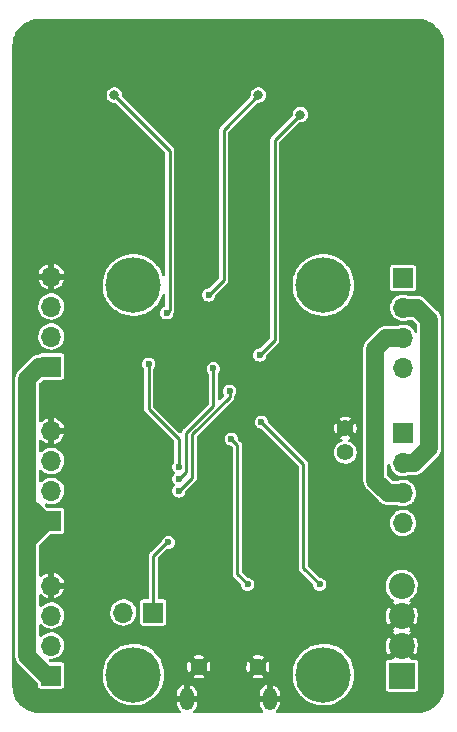
<source format=gbl>
G04 #@! TF.GenerationSoftware,KiCad,Pcbnew,(6.0.10)*
G04 #@! TF.CreationDate,2023-05-29T16:45:33+02:00*
G04 #@! TF.ProjectId,BlinkStickAdvanced,426c696e-6b53-4746-9963-6b416476616e,1.0*
G04 #@! TF.SameCoordinates,Original*
G04 #@! TF.FileFunction,Copper,L2,Bot*
G04 #@! TF.FilePolarity,Positive*
%FSLAX46Y46*%
G04 Gerber Fmt 4.6, Leading zero omitted, Abs format (unit mm)*
G04 Created by KiCad (PCBNEW (6.0.10)) date 2023-05-29 16:45:33*
%MOMM*%
%LPD*%
G01*
G04 APERTURE LIST*
G04 #@! TA.AperFunction,ComponentPad*
%ADD10R,1.700000X1.700000*%
G04 #@! TD*
G04 #@! TA.AperFunction,ComponentPad*
%ADD11O,1.700000X1.700000*%
G04 #@! TD*
G04 #@! TA.AperFunction,ComponentPad*
%ADD12R,2.200000X2.200000*%
G04 #@! TD*
G04 #@! TA.AperFunction,ComponentPad*
%ADD13C,2.200000*%
G04 #@! TD*
G04 #@! TA.AperFunction,ComponentPad*
%ADD14C,1.450000*%
G04 #@! TD*
G04 #@! TA.AperFunction,ComponentPad*
%ADD15O,1.200000X1.900000*%
G04 #@! TD*
G04 #@! TA.AperFunction,ComponentPad*
%ADD16C,4.700000*%
G04 #@! TD*
G04 #@! TA.AperFunction,ComponentPad*
%ADD17C,1.400000*%
G04 #@! TD*
G04 #@! TA.AperFunction,ViaPad*
%ADD18C,0.600000*%
G04 #@! TD*
G04 #@! TA.AperFunction,ViaPad*
%ADD19C,0.800000*%
G04 #@! TD*
G04 #@! TA.AperFunction,Conductor*
%ADD20C,0.250000*%
G04 #@! TD*
G04 #@! TA.AperFunction,Conductor*
%ADD21C,1.500000*%
G04 #@! TD*
G04 APERTURE END LIST*
D10*
X42170000Y-76925000D03*
D11*
X42170000Y-74385000D03*
X42170000Y-71845000D03*
X42170000Y-69305000D03*
D12*
X71831200Y-90017600D03*
D13*
X71831200Y-87477600D03*
X71831200Y-84937600D03*
X71831200Y-82397600D03*
D14*
X59656000Y-89274300D03*
X54656000Y-89274300D03*
D15*
X60656000Y-91974300D03*
X53656000Y-91974300D03*
D10*
X71948000Y-69478500D03*
D11*
X71948000Y-72018500D03*
X71948000Y-74558500D03*
X71948000Y-77098500D03*
D10*
X42170000Y-63844000D03*
D11*
X42170000Y-61304000D03*
X42170000Y-58764000D03*
X42170000Y-56224000D03*
D16*
X65198000Y-89935000D03*
X49114000Y-89935000D03*
D10*
X71948000Y-56334000D03*
D11*
X71948000Y-58874000D03*
X71948000Y-61414000D03*
X71948000Y-63954000D03*
D10*
X50806000Y-84672000D03*
D11*
X48266000Y-84672000D03*
D16*
X49114000Y-56935100D03*
D10*
X42170000Y-90006000D03*
D11*
X42170000Y-87466000D03*
X42170000Y-84926000D03*
X42170000Y-82386000D03*
D16*
X65198000Y-56935100D03*
D17*
X67056000Y-69079000D03*
X67056000Y-71119000D03*
D18*
X52070000Y-78740000D03*
X60960000Y-82296000D03*
D19*
X40138000Y-38444000D03*
X53348900Y-37428000D03*
X40138000Y-39460000D03*
X53348900Y-40476000D03*
X68326000Y-76454000D03*
X74174000Y-53938000D03*
X64524900Y-40476000D03*
X53348900Y-38444000D03*
D18*
X67056000Y-86106000D03*
D19*
X52332900Y-38444000D03*
X41154000Y-39460000D03*
X48133000Y-80518000D03*
X64524900Y-39460000D03*
X43180000Y-79756000D03*
X65540900Y-37428000D03*
X40138000Y-40476000D03*
X46863000Y-60579000D03*
X62947200Y-54496800D03*
D18*
X62738000Y-92583000D03*
D19*
X67818000Y-92329000D03*
D18*
X53086000Y-65182000D03*
D19*
X65540900Y-39460000D03*
X41154000Y-40476000D03*
X64524900Y-37428000D03*
D18*
X67005200Y-83718400D03*
D19*
X65540900Y-38444000D03*
X53348900Y-39460000D03*
X56896000Y-73152000D03*
D18*
X53086000Y-64389000D03*
D19*
X40138000Y-37428000D03*
D18*
X53086000Y-65913000D03*
D19*
X73869200Y-41085600D03*
X44913200Y-54242800D03*
X47976383Y-64228887D03*
X41154000Y-38444000D03*
X63754000Y-68834000D03*
X48133000Y-75692000D03*
X66294000Y-73914000D03*
D18*
X54483000Y-82169000D03*
D19*
X52332900Y-39460000D03*
D18*
X53467000Y-85852000D03*
D19*
X47752000Y-72898000D03*
X48875600Y-67247600D03*
X65540900Y-40476000D03*
D18*
X53594000Y-58039000D03*
D19*
X64524900Y-38444000D03*
X52332900Y-37428000D03*
X52332900Y-40476000D03*
X71628000Y-79756000D03*
X41154000Y-37428000D03*
X44831000Y-92075000D03*
X61087000Y-78232000D03*
X68072000Y-59436000D03*
D18*
X52965000Y-72353000D03*
X50419000Y-63627000D03*
X55880000Y-64008000D03*
X52965000Y-73369000D03*
X57277000Y-65913000D03*
X52965000Y-74385000D03*
X51943000Y-59309000D03*
D19*
X47504000Y-40857000D03*
X59696000Y-40857000D03*
D18*
X55499000Y-57785000D03*
X59817000Y-62865000D03*
D19*
X63252000Y-42508000D03*
D18*
X64897000Y-82296000D03*
X59950000Y-68543000D03*
X57404000Y-69977000D03*
X58801000Y-82296000D03*
D20*
X50806000Y-79877000D02*
X50806000Y-84672000D01*
X51943000Y-78740000D02*
X50806000Y-79877000D01*
X52070000Y-78740000D02*
X51943000Y-78740000D01*
X52965000Y-69983000D02*
X52965000Y-72353000D01*
X50419000Y-67437000D02*
X52965000Y-69983000D01*
X50419000Y-63627000D02*
X50419000Y-67437000D01*
X55880000Y-67181604D02*
X53594000Y-69467604D01*
X55880000Y-64008000D02*
X55880000Y-67181604D01*
X53594000Y-69467604D02*
X53594000Y-72740000D01*
X53594000Y-72740000D02*
X52965000Y-73369000D01*
X54102000Y-69596000D02*
X54102000Y-73248000D01*
X57277000Y-65913000D02*
X57277000Y-66421000D01*
X54102000Y-73248000D02*
X52965000Y-74385000D01*
X57277000Y-66421000D02*
X54102000Y-69596000D01*
D21*
X74174000Y-59897919D02*
X74174000Y-70726989D01*
X72882489Y-72018500D02*
X71948000Y-72018500D01*
X74174000Y-70726989D02*
X72882489Y-72018500D01*
X71948000Y-58874000D02*
X73150081Y-58874000D01*
X73150081Y-58874000D02*
X74174000Y-59897919D01*
X70508000Y-61414000D02*
X69602000Y-62320000D01*
X71948000Y-61414000D02*
X70508000Y-61414000D01*
X70664500Y-74558500D02*
X71948000Y-74558500D01*
X69602000Y-73496000D02*
X70664500Y-74558500D01*
X69602000Y-62320000D02*
X69602000Y-73496000D01*
D20*
X52203000Y-59049000D02*
X52203000Y-45556000D01*
X51943000Y-59309000D02*
X52203000Y-59049000D01*
X52203000Y-45556000D02*
X47504000Y-40857000D01*
X56775000Y-56509000D02*
X56775000Y-43778000D01*
X56775000Y-43778000D02*
X59696000Y-40857000D01*
X55499000Y-57785000D02*
X56775000Y-56509000D01*
X59817000Y-62865000D02*
X61093000Y-61589000D01*
X61093000Y-61589000D02*
X61093000Y-44667000D01*
X61093000Y-44667000D02*
X63252000Y-42508000D01*
D21*
X40138000Y-75528000D02*
X40138000Y-64860000D01*
X40138000Y-88357447D02*
X40138000Y-78576000D01*
X41535000Y-76925000D02*
X40138000Y-75528000D01*
X41789000Y-76925000D02*
X42170000Y-76925000D01*
X42170000Y-76925000D02*
X41535000Y-76925000D01*
X40138000Y-78576000D02*
X41789000Y-76925000D01*
X40138000Y-64860000D02*
X41154000Y-63844000D01*
X41154000Y-63844000D02*
X42170000Y-63844000D01*
X42170000Y-90006000D02*
X41786553Y-90006000D01*
X41786553Y-90006000D02*
X40138000Y-88357447D01*
X40138000Y-78576000D02*
X40138000Y-75528000D01*
D20*
X59950000Y-68543000D02*
X63506000Y-72099000D01*
X63506000Y-72099000D02*
X63506000Y-80905000D01*
X63506000Y-80905000D02*
X64897000Y-82296000D01*
X57918000Y-70491000D02*
X57918000Y-81413000D01*
X57404000Y-69977000D02*
X57918000Y-70491000D01*
X57918000Y-81413000D02*
X58801000Y-82296000D01*
G04 #@! TA.AperFunction,Conductor*
G36*
X61728000Y-93185224D02*
G01*
X61418205Y-93185153D01*
X61304741Y-93185127D01*
X61236625Y-93165109D01*
X61190144Y-93111443D01*
X61180057Y-93041167D01*
X61209565Y-92976593D01*
X61223442Y-92962889D01*
X61272876Y-92921114D01*
X61282238Y-92911283D01*
X61386645Y-92774725D01*
X61393671Y-92763122D01*
X61466326Y-92607315D01*
X61470693Y-92594488D01*
X61508554Y-92425101D01*
X61509927Y-92415208D01*
X61510000Y-92412592D01*
X61510000Y-92246415D01*
X61505525Y-92231176D01*
X61504135Y-92229971D01*
X61496452Y-92228300D01*
X59820115Y-92228300D01*
X59804876Y-92232775D01*
X59803671Y-92234165D01*
X59802000Y-92241848D01*
X59802000Y-92367241D01*
X59802369Y-92374055D01*
X59816266Y-92501980D01*
X59819180Y-92515232D01*
X59874009Y-92678154D01*
X59879702Y-92690476D01*
X59968236Y-92837820D01*
X59976444Y-92848634D01*
X60093347Y-92972255D01*
X60125619Y-93035493D01*
X60118579Y-93106140D01*
X60074462Y-93161765D01*
X60001770Y-93184828D01*
X59893248Y-93184803D01*
X54306643Y-93183520D01*
X54238527Y-93163502D01*
X54192046Y-93109836D01*
X54181959Y-93039560D01*
X54211467Y-92974986D01*
X54225344Y-92961282D01*
X54272876Y-92921115D01*
X54282238Y-92911283D01*
X54386645Y-92774725D01*
X54393671Y-92763122D01*
X54466326Y-92607315D01*
X54470693Y-92594488D01*
X54508554Y-92425101D01*
X54509927Y-92415208D01*
X54510000Y-92412592D01*
X54510000Y-92246415D01*
X54505525Y-92231176D01*
X54504135Y-92229971D01*
X54496452Y-92228300D01*
X52820115Y-92228300D01*
X52804876Y-92232775D01*
X52803671Y-92234165D01*
X52802000Y-92241848D01*
X52802000Y-92367241D01*
X52802369Y-92374055D01*
X52816266Y-92501980D01*
X52819180Y-92515232D01*
X52874009Y-92678154D01*
X52879702Y-92690476D01*
X52968236Y-92837820D01*
X52976440Y-92848628D01*
X53091827Y-92970647D01*
X53124098Y-93033885D01*
X53117058Y-93104532D01*
X53072941Y-93160157D01*
X53000249Y-93183220D01*
X52584000Y-93183124D01*
X52584000Y-91702185D01*
X52802000Y-91702185D01*
X52806475Y-91717424D01*
X52807865Y-91718629D01*
X52815548Y-91720300D01*
X53383885Y-91720300D01*
X53399124Y-91715825D01*
X53400329Y-91714435D01*
X53402000Y-91706752D01*
X53402000Y-91702185D01*
X53910000Y-91702185D01*
X53914475Y-91717424D01*
X53915865Y-91718629D01*
X53923548Y-91720300D01*
X54491885Y-91720300D01*
X54507124Y-91715825D01*
X54508329Y-91714435D01*
X54510000Y-91706752D01*
X54510000Y-91702185D01*
X59802000Y-91702185D01*
X59806475Y-91717424D01*
X59807865Y-91718629D01*
X59815548Y-91720300D01*
X60383885Y-91720300D01*
X60399124Y-91715825D01*
X60400329Y-91714435D01*
X60402000Y-91706752D01*
X60402000Y-91702185D01*
X60910000Y-91702185D01*
X60914475Y-91717424D01*
X60915865Y-91718629D01*
X60923548Y-91720300D01*
X61491885Y-91720300D01*
X61507124Y-91715825D01*
X61508329Y-91714435D01*
X61510000Y-91706752D01*
X61510000Y-91581359D01*
X61509631Y-91574545D01*
X61495734Y-91446620D01*
X61492820Y-91433368D01*
X61437991Y-91270446D01*
X61432298Y-91258124D01*
X61343764Y-91110780D01*
X61335556Y-91099966D01*
X61217447Y-90975069D01*
X61207116Y-90966277D01*
X61064936Y-90869651D01*
X61052956Y-90863281D01*
X60926821Y-90812831D01*
X60912782Y-90811495D01*
X60910000Y-90816316D01*
X60910000Y-91702185D01*
X60402000Y-91702185D01*
X60402000Y-90826562D01*
X60398027Y-90813031D01*
X60389702Y-90811834D01*
X60346350Y-90823776D01*
X60333726Y-90828775D01*
X60181671Y-90908944D01*
X60170421Y-90916531D01*
X60039124Y-91027486D01*
X60029762Y-91037317D01*
X59925355Y-91173875D01*
X59918329Y-91185478D01*
X59845674Y-91341285D01*
X59841307Y-91354112D01*
X59803446Y-91523499D01*
X59802073Y-91533392D01*
X59802000Y-91536008D01*
X59802000Y-91702185D01*
X54510000Y-91702185D01*
X54510000Y-91581359D01*
X54509631Y-91574545D01*
X54495734Y-91446620D01*
X54492820Y-91433368D01*
X54437991Y-91270446D01*
X54432298Y-91258124D01*
X54343764Y-91110780D01*
X54335556Y-91099966D01*
X54217447Y-90975069D01*
X54207116Y-90966277D01*
X54064936Y-90869651D01*
X54052956Y-90863281D01*
X53926821Y-90812831D01*
X53912782Y-90811495D01*
X53910000Y-90816316D01*
X53910000Y-91702185D01*
X53402000Y-91702185D01*
X53402000Y-90826562D01*
X53398027Y-90813031D01*
X53389702Y-90811834D01*
X53346350Y-90823776D01*
X53333726Y-90828775D01*
X53181671Y-90908944D01*
X53170421Y-90916531D01*
X53039124Y-91027486D01*
X53029762Y-91037317D01*
X52925355Y-91173875D01*
X52918329Y-91185478D01*
X52845674Y-91341285D01*
X52841307Y-91354112D01*
X52803446Y-91523499D01*
X52802073Y-91533392D01*
X52802000Y-91536008D01*
X52802000Y-91702185D01*
X52584000Y-91702185D01*
X52584000Y-90122120D01*
X54173010Y-90122120D01*
X54177919Y-90128678D01*
X54256784Y-90172754D01*
X54268023Y-90177664D01*
X54438898Y-90233185D01*
X54450872Y-90235818D01*
X54629286Y-90257092D01*
X54641535Y-90257349D01*
X54820682Y-90243565D01*
X54832760Y-90241435D01*
X55005799Y-90193121D01*
X55017250Y-90188679D01*
X55129919Y-90131767D01*
X55140205Y-90122120D01*
X59173010Y-90122120D01*
X59177919Y-90128678D01*
X59256784Y-90172754D01*
X59268023Y-90177664D01*
X59438898Y-90233185D01*
X59450872Y-90235818D01*
X59629286Y-90257092D01*
X59641535Y-90257349D01*
X59820682Y-90243565D01*
X59832760Y-90241435D01*
X60005799Y-90193121D01*
X60017250Y-90188679D01*
X60129919Y-90131767D01*
X60140205Y-90122120D01*
X60137967Y-90115477D01*
X59668812Y-89646322D01*
X59654868Y-89638708D01*
X59653035Y-89638839D01*
X59646420Y-89643090D01*
X59179770Y-90109740D01*
X59173010Y-90122120D01*
X55140205Y-90122120D01*
X55137967Y-90115477D01*
X54668812Y-89646322D01*
X54654868Y-89638708D01*
X54653035Y-89638839D01*
X54646420Y-89643090D01*
X54179770Y-90109740D01*
X54173010Y-90122120D01*
X52584000Y-90122120D01*
X52584000Y-89266709D01*
X53672875Y-89266709D01*
X53687908Y-89445742D01*
X53690123Y-89457807D01*
X53739644Y-89630511D01*
X53744163Y-89641923D01*
X53798685Y-89748011D01*
X53808404Y-89758230D01*
X53815204Y-89755886D01*
X54283978Y-89287112D01*
X54290356Y-89275432D01*
X55020408Y-89275432D01*
X55020539Y-89277265D01*
X55024790Y-89283880D01*
X55491391Y-89750481D01*
X55503771Y-89757241D01*
X55510504Y-89752200D01*
X55551645Y-89679779D01*
X55556634Y-89668573D01*
X55613346Y-89498092D01*
X55616063Y-89486135D01*
X55638913Y-89305250D01*
X55639402Y-89298257D01*
X55639688Y-89277822D01*
X55639393Y-89270794D01*
X55638992Y-89266709D01*
X58672875Y-89266709D01*
X58687908Y-89445742D01*
X58690123Y-89457807D01*
X58739644Y-89630511D01*
X58744163Y-89641923D01*
X58798685Y-89748011D01*
X58808404Y-89758230D01*
X58815204Y-89755886D01*
X59283978Y-89287112D01*
X59290356Y-89275432D01*
X60020408Y-89275432D01*
X60020539Y-89277265D01*
X60024790Y-89283880D01*
X60491391Y-89750481D01*
X60503771Y-89757241D01*
X60510504Y-89752200D01*
X60551645Y-89679779D01*
X60556634Y-89668573D01*
X60613346Y-89498092D01*
X60616063Y-89486135D01*
X60638913Y-89305250D01*
X60639402Y-89298257D01*
X60639688Y-89277822D01*
X60639393Y-89270794D01*
X60621603Y-89089357D01*
X60619220Y-89077322D01*
X60567291Y-88905327D01*
X60562617Y-88893986D01*
X60513118Y-88800892D01*
X60503258Y-88790811D01*
X60496130Y-88793380D01*
X60028022Y-89261488D01*
X60020408Y-89275432D01*
X59290356Y-89275432D01*
X59291592Y-89273168D01*
X59291461Y-89271335D01*
X59287210Y-89264720D01*
X58820475Y-88797985D01*
X58808095Y-88791225D01*
X58801707Y-88796007D01*
X58754784Y-88881360D01*
X58749948Y-88892643D01*
X58695622Y-89063901D01*
X58693074Y-89075889D01*
X58673046Y-89254440D01*
X58672875Y-89266709D01*
X55638992Y-89266709D01*
X55621603Y-89089357D01*
X55619220Y-89077322D01*
X55567291Y-88905327D01*
X55562617Y-88893986D01*
X55513118Y-88800892D01*
X55503258Y-88790811D01*
X55496130Y-88793380D01*
X55028022Y-89261488D01*
X55020408Y-89275432D01*
X54290356Y-89275432D01*
X54291592Y-89273168D01*
X54291461Y-89271335D01*
X54287210Y-89264720D01*
X53820475Y-88797985D01*
X53808095Y-88791225D01*
X53801707Y-88796007D01*
X53754784Y-88881360D01*
X53749948Y-88892643D01*
X53695622Y-89063901D01*
X53693074Y-89075889D01*
X53673046Y-89254440D01*
X53672875Y-89266709D01*
X52584000Y-89266709D01*
X52584000Y-88426891D01*
X54172310Y-88426891D01*
X54174764Y-88433854D01*
X54643188Y-88902278D01*
X54657132Y-88909892D01*
X54658965Y-88909761D01*
X54665580Y-88905510D01*
X55132435Y-88438655D01*
X55138859Y-88426891D01*
X59172310Y-88426891D01*
X59174764Y-88433854D01*
X59643188Y-88902278D01*
X59657132Y-88909892D01*
X59658965Y-88909761D01*
X59665580Y-88905510D01*
X60132435Y-88438655D01*
X60139195Y-88426275D01*
X60134536Y-88420052D01*
X60042631Y-88370359D01*
X60031326Y-88365607D01*
X59859695Y-88312478D01*
X59847682Y-88310012D01*
X59668996Y-88291231D01*
X59656728Y-88291146D01*
X59477805Y-88307429D01*
X59465756Y-88309727D01*
X59293399Y-88360455D01*
X59282024Y-88365050D01*
X59182459Y-88417102D01*
X59172310Y-88426891D01*
X55138859Y-88426891D01*
X55139195Y-88426275D01*
X55134536Y-88420052D01*
X55042631Y-88370359D01*
X55031326Y-88365607D01*
X54859695Y-88312478D01*
X54847682Y-88310012D01*
X54668996Y-88291231D01*
X54656728Y-88291146D01*
X54477805Y-88307429D01*
X54465756Y-88309727D01*
X54293399Y-88360455D01*
X54282024Y-88365050D01*
X54182459Y-88417102D01*
X54172310Y-88426891D01*
X52584000Y-88426891D01*
X52584000Y-87974000D01*
X61728000Y-87974000D01*
X61728000Y-93185224D01*
G37*
G04 #@! TD.AperFunction*
G04 #@! TA.AperFunction,Conductor*
G36*
X73145103Y-34400972D02*
G01*
X73158000Y-34403537D01*
X73170172Y-34401116D01*
X73182580Y-34401116D01*
X73182580Y-34401436D01*
X73193456Y-34400696D01*
X73205690Y-34401436D01*
X73425882Y-34414755D01*
X73440986Y-34416589D01*
X73697463Y-34463589D01*
X73712237Y-34467230D01*
X73961186Y-34544805D01*
X73975407Y-34550199D01*
X74213186Y-34657214D01*
X74226658Y-34664284D01*
X74449803Y-34799177D01*
X74462325Y-34807820D01*
X74667586Y-34968630D01*
X74678974Y-34978720D01*
X74863353Y-35163095D01*
X74873439Y-35174478D01*
X74889474Y-35194944D01*
X75034253Y-35379736D01*
X75042897Y-35392258D01*
X75177797Y-35615405D01*
X75184868Y-35628877D01*
X75291886Y-35866653D01*
X75297281Y-35880880D01*
X75374857Y-36129816D01*
X75378499Y-36144589D01*
X75425506Y-36401072D01*
X75427340Y-36416176D01*
X75441392Y-36648408D01*
X75440640Y-36659474D01*
X75440935Y-36659474D01*
X75440935Y-36671885D01*
X75438514Y-36684056D01*
X75440935Y-36696226D01*
X75440935Y-36696227D01*
X75441079Y-36696951D01*
X75443500Y-36721534D01*
X75443500Y-90864873D01*
X75441079Y-90889452D01*
X75438514Y-90902349D01*
X75440935Y-90914521D01*
X75440935Y-90926929D01*
X75440615Y-90926929D01*
X75441355Y-90937805D01*
X75427296Y-91170229D01*
X75425462Y-91185333D01*
X75378462Y-91441807D01*
X75374821Y-91456580D01*
X75297271Y-91705449D01*
X75297247Y-91705525D01*
X75291851Y-91719752D01*
X75184840Y-91957520D01*
X75177769Y-91970993D01*
X75042872Y-92194140D01*
X75034229Y-92206662D01*
X74873418Y-92411922D01*
X74863328Y-92423310D01*
X74678957Y-92607681D01*
X74667568Y-92617771D01*
X74462313Y-92778577D01*
X74449792Y-92787220D01*
X74306039Y-92874123D01*
X74227108Y-92921839D01*
X74226646Y-92922118D01*
X74213175Y-92929188D01*
X73975399Y-93036203D01*
X73961181Y-93041595D01*
X73741236Y-93110132D01*
X73712231Y-93119170D01*
X73697458Y-93122811D01*
X73440984Y-93169812D01*
X73425880Y-93171646D01*
X73314969Y-93178355D01*
X73193460Y-93185705D01*
X73182581Y-93184964D01*
X73182581Y-93185284D01*
X73170171Y-93185284D01*
X73158000Y-93182863D01*
X73145141Y-93185420D01*
X73120540Y-93187840D01*
X61728000Y-93185224D01*
X61728000Y-89907676D01*
X62588883Y-89907676D01*
X62604497Y-90221325D01*
X62605138Y-90225056D01*
X62605139Y-90225064D01*
X62657036Y-90527081D01*
X62657680Y-90530827D01*
X62658768Y-90534466D01*
X62658769Y-90534469D01*
X62725534Y-90757715D01*
X62747659Y-90831697D01*
X62749172Y-90835168D01*
X62749174Y-90835174D01*
X62806029Y-90965620D01*
X62873132Y-91119579D01*
X62875055Y-91122850D01*
X62875057Y-91122854D01*
X62930345Y-91216901D01*
X63032282Y-91390302D01*
X63034583Y-91393317D01*
X63135206Y-91525164D01*
X63222803Y-91639944D01*
X63225451Y-91642663D01*
X63225456Y-91642668D01*
X63293388Y-91712402D01*
X63441935Y-91864890D01*
X63444879Y-91867261D01*
X63444882Y-91867264D01*
X63683552Y-92059502D01*
X63683557Y-92059506D01*
X63686505Y-92061880D01*
X63952969Y-92228062D01*
X64237467Y-92361029D01*
X64241074Y-92362211D01*
X64241078Y-92362213D01*
X64405038Y-92415961D01*
X64535880Y-92458853D01*
X64539590Y-92459591D01*
X64539594Y-92459592D01*
X64689881Y-92489486D01*
X64843883Y-92520119D01*
X65000449Y-92532028D01*
X65153239Y-92543651D01*
X65153244Y-92543651D01*
X65157016Y-92543938D01*
X65470742Y-92529966D01*
X65474480Y-92529344D01*
X65474488Y-92529343D01*
X65625242Y-92504250D01*
X65780518Y-92478405D01*
X66081855Y-92390003D01*
X66370390Y-92266038D01*
X66641942Y-92108308D01*
X66892579Y-91919097D01*
X67118669Y-91701145D01*
X67316937Y-91457611D01*
X67326909Y-91441807D01*
X67482485Y-91195234D01*
X67482487Y-91195231D01*
X67484512Y-91192021D01*
X67491233Y-91177836D01*
X67591773Y-90965620D01*
X67618966Y-90908222D01*
X67620926Y-90902349D01*
X67686591Y-90705525D01*
X67718352Y-90610326D01*
X67781229Y-90302648D01*
X67806688Y-89989644D01*
X67807260Y-89935000D01*
X67805842Y-89911468D01*
X67788590Y-89625310D01*
X67788590Y-89625306D01*
X67788362Y-89621532D01*
X67731942Y-89312604D01*
X67638817Y-89012692D01*
X67631603Y-88996601D01*
X67584942Y-88892533D01*
X70476700Y-88892533D01*
X70476701Y-91142666D01*
X70483696Y-91177836D01*
X70487157Y-91195234D01*
X70491466Y-91216901D01*
X70547716Y-91301084D01*
X70631899Y-91357334D01*
X70706133Y-91372100D01*
X71831018Y-91372100D01*
X72956266Y-91372099D01*
X72992018Y-91364988D01*
X73018326Y-91359756D01*
X73018328Y-91359755D01*
X73030501Y-91357334D01*
X73040821Y-91350439D01*
X73040822Y-91350438D01*
X73104368Y-91307977D01*
X73114684Y-91301084D01*
X73170934Y-91216901D01*
X73185700Y-91142667D01*
X73185699Y-88892534D01*
X73170934Y-88818299D01*
X73150440Y-88787627D01*
X73121577Y-88744432D01*
X73114684Y-88734116D01*
X73030501Y-88677866D01*
X72956267Y-88663100D01*
X72696433Y-88663100D01*
X72628312Y-88643098D01*
X72585159Y-88596212D01*
X72578991Y-88584601D01*
X71844012Y-87849622D01*
X71830068Y-87842008D01*
X71828235Y-87842139D01*
X71821620Y-87846390D01*
X71080858Y-88587152D01*
X71075214Y-88597488D01*
X71025011Y-88647690D01*
X70964628Y-88663101D01*
X70706134Y-88663101D01*
X70670382Y-88670212D01*
X70644074Y-88675444D01*
X70644072Y-88675445D01*
X70631899Y-88677866D01*
X70621579Y-88684761D01*
X70621578Y-88684762D01*
X70568092Y-88720501D01*
X70547716Y-88734116D01*
X70491466Y-88818299D01*
X70476700Y-88892533D01*
X67584942Y-88892533D01*
X67550702Y-88816168D01*
X67510336Y-88726140D01*
X67348359Y-88457099D01*
X67336376Y-88441733D01*
X67277678Y-88366468D01*
X67155235Y-88209465D01*
X66933759Y-87986827D01*
X66915964Y-87972798D01*
X66690121Y-87794758D01*
X66687140Y-87792408D01*
X66418951Y-87629026D01*
X66239176Y-87547287D01*
X66136527Y-87500615D01*
X66136520Y-87500612D01*
X66133075Y-87499046D01*
X65976605Y-87449561D01*
X70473263Y-87449561D01*
X70485484Y-87661518D01*
X70486920Y-87671738D01*
X70533595Y-87878847D01*
X70536674Y-87888675D01*
X70616553Y-88085392D01*
X70621198Y-88094588D01*
X70700569Y-88224110D01*
X70711025Y-88233571D01*
X70719803Y-88229787D01*
X71459178Y-87490412D01*
X71465556Y-87478732D01*
X72195608Y-87478732D01*
X72195739Y-87480565D01*
X72199990Y-87487180D01*
X72938808Y-88225998D01*
X72950818Y-88232556D01*
X72962559Y-88223586D01*
X72992763Y-88181553D01*
X72998075Y-88172712D01*
X73092138Y-87982391D01*
X73095936Y-87972798D01*
X73157653Y-87769660D01*
X73159831Y-87759587D01*
X73187781Y-87547287D01*
X73188300Y-87540619D01*
X73189758Y-87480965D01*
X73189564Y-87474246D01*
X73172020Y-87260850D01*
X73170337Y-87250688D01*
X73118615Y-87044770D01*
X73115294Y-87035015D01*
X73030639Y-86840324D01*
X73025761Y-86831226D01*
X72961370Y-86731693D01*
X72950684Y-86722489D01*
X72941117Y-86726893D01*
X72203222Y-87464788D01*
X72195608Y-87478732D01*
X71465556Y-87478732D01*
X71466792Y-87476468D01*
X71466661Y-87474635D01*
X71462410Y-87468020D01*
X70723928Y-86729538D01*
X70712392Y-86723238D01*
X70700109Y-86732862D01*
X70652788Y-86802231D01*
X70647690Y-86811206D01*
X70558305Y-87003769D01*
X70554742Y-87013456D01*
X70498007Y-87218033D01*
X70496076Y-87228152D01*
X70473515Y-87439272D01*
X70473263Y-87449561D01*
X65976605Y-87449561D01*
X65833655Y-87404352D01*
X65696489Y-87378558D01*
X65528751Y-87347015D01*
X65528746Y-87347014D01*
X65525027Y-87346315D01*
X65211662Y-87325776D01*
X65207882Y-87325984D01*
X65207881Y-87325984D01*
X65119138Y-87330868D01*
X64898099Y-87343032D01*
X64894372Y-87343693D01*
X64894368Y-87343693D01*
X64651825Y-87386678D01*
X64588880Y-87397834D01*
X64585255Y-87398939D01*
X64585250Y-87398940D01*
X64452919Y-87439272D01*
X64288485Y-87489388D01*
X64285021Y-87490919D01*
X64285014Y-87490922D01*
X64157520Y-87547287D01*
X64001264Y-87616367D01*
X63998010Y-87618303D01*
X63998004Y-87618306D01*
X63818760Y-87724945D01*
X63731378Y-87776932D01*
X63728377Y-87779247D01*
X63728373Y-87779250D01*
X63641347Y-87846390D01*
X63482737Y-87968757D01*
X63480036Y-87971416D01*
X63480029Y-87971422D01*
X63350718Y-88098718D01*
X63258942Y-88189064D01*
X63256578Y-88192031D01*
X63256575Y-88192034D01*
X63134864Y-88344773D01*
X63063235Y-88434662D01*
X62898450Y-88701992D01*
X62766975Y-88987183D01*
X62670715Y-89286103D01*
X62669996Y-89289819D01*
X62669994Y-89289827D01*
X62611782Y-89590704D01*
X62611781Y-89590713D01*
X62611063Y-89594423D01*
X62610796Y-89598199D01*
X62610795Y-89598204D01*
X62608876Y-89625310D01*
X62588883Y-89907676D01*
X61728000Y-89907676D01*
X61728000Y-87974000D01*
X52584000Y-87974000D01*
X52584000Y-93183125D01*
X41191486Y-93180509D01*
X41166937Y-93178088D01*
X41154000Y-93175514D01*
X41141826Y-93177935D01*
X41129417Y-93177935D01*
X41129417Y-93177615D01*
X41118544Y-93178355D01*
X41114114Y-93178087D01*
X41071576Y-93175514D01*
X40886120Y-93164296D01*
X40871016Y-93162462D01*
X40614542Y-93115462D01*
X40599769Y-93111821D01*
X40508146Y-93083270D01*
X40350820Y-93034245D01*
X40336602Y-93028853D01*
X40098818Y-92921835D01*
X40085362Y-92914773D01*
X39862211Y-92779873D01*
X39849690Y-92771231D01*
X39644427Y-92610417D01*
X39633039Y-92600327D01*
X39448673Y-92415961D01*
X39438583Y-92404573D01*
X39277769Y-92199310D01*
X39269126Y-92186788D01*
X39194830Y-92063888D01*
X39134227Y-91963638D01*
X39127165Y-91950182D01*
X39020147Y-91712398D01*
X39014753Y-91698175D01*
X38997457Y-91642668D01*
X38937179Y-91449231D01*
X38933538Y-91434458D01*
X38886538Y-91177984D01*
X38884704Y-91162880D01*
X38870645Y-90930456D01*
X38871385Y-90919580D01*
X38871065Y-90919580D01*
X38871065Y-90907172D01*
X38873486Y-90895000D01*
X38870921Y-90882103D01*
X38868500Y-90857524D01*
X38868500Y-78600669D01*
X39128621Y-78600669D01*
X39129421Y-78607001D01*
X39132506Y-78631422D01*
X39133500Y-78647214D01*
X39133500Y-88341254D01*
X39133451Y-88344773D01*
X39131031Y-88431394D01*
X39132140Y-88437683D01*
X39141551Y-88491058D01*
X39142820Y-88500203D01*
X39148942Y-88560471D01*
X39150850Y-88566559D01*
X39150850Y-88566560D01*
X39157596Y-88588087D01*
X39161446Y-88603884D01*
X39166468Y-88632363D01*
X39183525Y-88675445D01*
X39188766Y-88688683D01*
X39191847Y-88697383D01*
X39194372Y-88705439D01*
X39209967Y-88755202D01*
X39223987Y-88780494D01*
X39230937Y-88795196D01*
X39239240Y-88816168D01*
X39239243Y-88816173D01*
X39241590Y-88822102D01*
X39245080Y-88827435D01*
X39245085Y-88827445D01*
X39274768Y-88872805D01*
X39279537Y-88880710D01*
X39308902Y-88933685D01*
X39313051Y-88938526D01*
X39313054Y-88938530D01*
X39327721Y-88955641D01*
X39337487Y-88968649D01*
X39350674Y-88988802D01*
X39350684Y-88988815D01*
X39353331Y-88992860D01*
X39356571Y-88996458D01*
X39356699Y-88996601D01*
X39356713Y-88996615D01*
X39357819Y-88997844D01*
X39396894Y-89036919D01*
X39403467Y-89044016D01*
X39441705Y-89088629D01*
X39466201Y-89107630D01*
X39478070Y-89118095D01*
X40267652Y-89907676D01*
X41028596Y-90668620D01*
X41062621Y-90730932D01*
X41065501Y-90757715D01*
X41065501Y-90881066D01*
X41080266Y-90955301D01*
X41136516Y-91039484D01*
X41220699Y-91095734D01*
X41294933Y-91110500D01*
X42169858Y-91110500D01*
X43045066Y-91110499D01*
X43080818Y-91103388D01*
X43107126Y-91098156D01*
X43107128Y-91098155D01*
X43119301Y-91095734D01*
X43129621Y-91088839D01*
X43129622Y-91088838D01*
X43193168Y-91046377D01*
X43203484Y-91039484D01*
X43259734Y-90955301D01*
X43274500Y-90881067D01*
X43274499Y-89907676D01*
X46504883Y-89907676D01*
X46520497Y-90221325D01*
X46521138Y-90225056D01*
X46521139Y-90225064D01*
X46573036Y-90527081D01*
X46573680Y-90530827D01*
X46574768Y-90534466D01*
X46574769Y-90534469D01*
X46641534Y-90757715D01*
X46663659Y-90831697D01*
X46665172Y-90835168D01*
X46665174Y-90835174D01*
X46722029Y-90965620D01*
X46789132Y-91119579D01*
X46791055Y-91122850D01*
X46791057Y-91122854D01*
X46846345Y-91216901D01*
X46948282Y-91390302D01*
X46950583Y-91393317D01*
X47051206Y-91525164D01*
X47138803Y-91639944D01*
X47141451Y-91642663D01*
X47141456Y-91642668D01*
X47209388Y-91712402D01*
X47357935Y-91864890D01*
X47360879Y-91867261D01*
X47360882Y-91867264D01*
X47599552Y-92059502D01*
X47599557Y-92059506D01*
X47602505Y-92061880D01*
X47868969Y-92228062D01*
X48153467Y-92361029D01*
X48157074Y-92362211D01*
X48157078Y-92362213D01*
X48321038Y-92415961D01*
X48451880Y-92458853D01*
X48455590Y-92459591D01*
X48455594Y-92459592D01*
X48605881Y-92489486D01*
X48759883Y-92520119D01*
X48916449Y-92532028D01*
X49069239Y-92543651D01*
X49069244Y-92543651D01*
X49073016Y-92543938D01*
X49386742Y-92529966D01*
X49390480Y-92529344D01*
X49390488Y-92529343D01*
X49541242Y-92504250D01*
X49696518Y-92478405D01*
X49997855Y-92390003D01*
X50286390Y-92266038D01*
X50557942Y-92108308D01*
X50808579Y-91919097D01*
X51034669Y-91701145D01*
X51232937Y-91457611D01*
X51242909Y-91441807D01*
X51398485Y-91195234D01*
X51398487Y-91195231D01*
X51400512Y-91192021D01*
X51407233Y-91177836D01*
X51507773Y-90965620D01*
X51534966Y-90908222D01*
X51536926Y-90902349D01*
X51602591Y-90705525D01*
X51634352Y-90610326D01*
X51697229Y-90302648D01*
X51722688Y-89989644D01*
X51723260Y-89935000D01*
X51721842Y-89911468D01*
X51704590Y-89625310D01*
X51704590Y-89625306D01*
X51704362Y-89621532D01*
X51647942Y-89312604D01*
X51554817Y-89012692D01*
X51547603Y-88996601D01*
X51466702Y-88816168D01*
X51426336Y-88726140D01*
X51264359Y-88457099D01*
X51252376Y-88441733D01*
X51193678Y-88366468D01*
X51071235Y-88209465D01*
X50849759Y-87986827D01*
X50831964Y-87972798D01*
X50606121Y-87794758D01*
X50603140Y-87792408D01*
X50334951Y-87629026D01*
X50155176Y-87547287D01*
X50052527Y-87500615D01*
X50052520Y-87500612D01*
X50049075Y-87499046D01*
X49749655Y-87404352D01*
X49612489Y-87378558D01*
X49444751Y-87347015D01*
X49444746Y-87347014D01*
X49441027Y-87346315D01*
X49127662Y-87325776D01*
X49123882Y-87325984D01*
X49123881Y-87325984D01*
X49035138Y-87330868D01*
X48814099Y-87343032D01*
X48810372Y-87343693D01*
X48810368Y-87343693D01*
X48567825Y-87386678D01*
X48504880Y-87397834D01*
X48501255Y-87398939D01*
X48501250Y-87398940D01*
X48368919Y-87439272D01*
X48204485Y-87489388D01*
X48201021Y-87490919D01*
X48201014Y-87490922D01*
X48073520Y-87547287D01*
X47917264Y-87616367D01*
X47914010Y-87618303D01*
X47914004Y-87618306D01*
X47734760Y-87724945D01*
X47647378Y-87776932D01*
X47644377Y-87779247D01*
X47644373Y-87779250D01*
X47557347Y-87846390D01*
X47398737Y-87968757D01*
X47396036Y-87971416D01*
X47396029Y-87971422D01*
X47266718Y-88098718D01*
X47174942Y-88189064D01*
X47172578Y-88192031D01*
X47172575Y-88192034D01*
X47050864Y-88344773D01*
X46979235Y-88434662D01*
X46814450Y-88701992D01*
X46682975Y-88987183D01*
X46586715Y-89286103D01*
X46585996Y-89289819D01*
X46585994Y-89289827D01*
X46527782Y-89590704D01*
X46527781Y-89590713D01*
X46527063Y-89594423D01*
X46526796Y-89598199D01*
X46526795Y-89598204D01*
X46524876Y-89625310D01*
X46504883Y-89907676D01*
X43274499Y-89907676D01*
X43274499Y-89130934D01*
X43259734Y-89056699D01*
X43251260Y-89044016D01*
X43210377Y-88982832D01*
X43203484Y-88972516D01*
X43119301Y-88916266D01*
X43045067Y-88901500D01*
X42945184Y-88901500D01*
X42154821Y-88901501D01*
X42086700Y-88881499D01*
X42065726Y-88864596D01*
X41983943Y-88782813D01*
X41949917Y-88720501D01*
X41954982Y-88649686D01*
X41997529Y-88592850D01*
X42064049Y-88568039D01*
X42077977Y-88567815D01*
X42228053Y-88573712D01*
X42328499Y-88559148D01*
X42423231Y-88545413D01*
X42423236Y-88545412D01*
X42428945Y-88544584D01*
X42434409Y-88542729D01*
X42434414Y-88542728D01*
X42615693Y-88481192D01*
X42615698Y-88481190D01*
X42621165Y-88479334D01*
X42655055Y-88460355D01*
X42695538Y-88437683D01*
X42798276Y-88380147D01*
X42840809Y-88344773D01*
X42949913Y-88254031D01*
X42954345Y-88250345D01*
X43005312Y-88189064D01*
X43080453Y-88098718D01*
X43080455Y-88098715D01*
X43084147Y-88094276D01*
X43154441Y-87968757D01*
X43180510Y-87922208D01*
X43180511Y-87922206D01*
X43183334Y-87917165D01*
X43185190Y-87911698D01*
X43185192Y-87911693D01*
X43246728Y-87730414D01*
X43246729Y-87730409D01*
X43248584Y-87724945D01*
X43249412Y-87719236D01*
X43249413Y-87719231D01*
X43277179Y-87527727D01*
X43277712Y-87524053D01*
X43279232Y-87466000D01*
X43266370Y-87326024D01*
X43261187Y-87269613D01*
X43261186Y-87269610D01*
X43260658Y-87263859D01*
X43218128Y-87113061D01*
X43207125Y-87074046D01*
X43207124Y-87074044D01*
X43205557Y-87068487D01*
X43193862Y-87044770D01*
X43118331Y-86891609D01*
X43115776Y-86886428D01*
X42994320Y-86723779D01*
X42845258Y-86585987D01*
X42840375Y-86582906D01*
X42840371Y-86582903D01*
X42678464Y-86480748D01*
X42673581Y-86477667D01*
X42485039Y-86402446D01*
X42479379Y-86401320D01*
X42479375Y-86401319D01*
X42291613Y-86363971D01*
X42291610Y-86363971D01*
X42285946Y-86362844D01*
X42280171Y-86362768D01*
X42280167Y-86362768D01*
X42178793Y-86361441D01*
X42082971Y-86360187D01*
X42077274Y-86361166D01*
X42077273Y-86361166D01*
X42038381Y-86367849D01*
X41882910Y-86394564D01*
X41692463Y-86464824D01*
X41518010Y-86568612D01*
X41513670Y-86572418D01*
X41513666Y-86572421D01*
X41369727Y-86698653D01*
X41365392Y-86702455D01*
X41361823Y-86706983D01*
X41359897Y-86709012D01*
X41298497Y-86744657D01*
X41227573Y-86741448D01*
X41169643Y-86700404D01*
X41143099Y-86634556D01*
X41142500Y-86622280D01*
X41142500Y-86059529D01*
X71074101Y-86059529D01*
X71079382Y-86066583D01*
X71131954Y-86097304D01*
X71180678Y-86148943D01*
X71193749Y-86218726D01*
X71167018Y-86284497D01*
X71126562Y-86317857D01*
X71111792Y-86325545D01*
X71103077Y-86331033D01*
X71083733Y-86345557D01*
X71075279Y-86356884D01*
X71082024Y-86369214D01*
X71818388Y-87105578D01*
X71832332Y-87113192D01*
X71834165Y-87113061D01*
X71840780Y-87108810D01*
X72581741Y-86367849D01*
X72588761Y-86354993D01*
X72582073Y-86345813D01*
X72578539Y-86343465D01*
X72535481Y-86319696D01*
X72485511Y-86269263D01*
X72470739Y-86199820D01*
X72495855Y-86133415D01*
X72527315Y-86105224D01*
X72526882Y-86104617D01*
X72577579Y-86068455D01*
X72585980Y-86057755D01*
X72578992Y-86044602D01*
X71844012Y-85309622D01*
X71830068Y-85302008D01*
X71828235Y-85302139D01*
X71821620Y-85306390D01*
X71080861Y-86047149D01*
X71074101Y-86059529D01*
X41142500Y-86059529D01*
X41142500Y-85765758D01*
X41162502Y-85697637D01*
X41216158Y-85651144D01*
X41286432Y-85641040D01*
X41351012Y-85670534D01*
X41356415Y-85675498D01*
X41471938Y-85788035D01*
X41640720Y-85900812D01*
X41646023Y-85903090D01*
X41646026Y-85903092D01*
X41734707Y-85941192D01*
X41827228Y-85980942D01*
X41900244Y-85997464D01*
X42019579Y-86024467D01*
X42019584Y-86024468D01*
X42025216Y-86025742D01*
X42030987Y-86025969D01*
X42030989Y-86025969D01*
X42090756Y-86028317D01*
X42228053Y-86033712D01*
X42328499Y-86019148D01*
X42423231Y-86005413D01*
X42423236Y-86005412D01*
X42428945Y-86004584D01*
X42434409Y-86002729D01*
X42434414Y-86002728D01*
X42615693Y-85941192D01*
X42615698Y-85941190D01*
X42621165Y-85939334D01*
X42798276Y-85840147D01*
X42860934Y-85788035D01*
X42949913Y-85714031D01*
X42954345Y-85710345D01*
X43038527Y-85609128D01*
X43080453Y-85558718D01*
X43080455Y-85558715D01*
X43084147Y-85554276D01*
X43152178Y-85432798D01*
X43180510Y-85382208D01*
X43180511Y-85382206D01*
X43183334Y-85377165D01*
X43185190Y-85371698D01*
X43185192Y-85371693D01*
X43246728Y-85190414D01*
X43246729Y-85190409D01*
X43248584Y-85184945D01*
X43249412Y-85179236D01*
X43249413Y-85179231D01*
X43277179Y-84987727D01*
X43277712Y-84984053D01*
X43279232Y-84926000D01*
X43260658Y-84723859D01*
X43237843Y-84642964D01*
X47157148Y-84642964D01*
X47170424Y-84845522D01*
X47171845Y-84851118D01*
X47171846Y-84851123D01*
X47218971Y-85036674D01*
X47220392Y-85042269D01*
X47222809Y-85047512D01*
X47260010Y-85128208D01*
X47305377Y-85226616D01*
X47308710Y-85231332D01*
X47407907Y-85371693D01*
X47422533Y-85392389D01*
X47567938Y-85534035D01*
X47736720Y-85646812D01*
X47742023Y-85649090D01*
X47742026Y-85649092D01*
X47884597Y-85710345D01*
X47923228Y-85726942D01*
X47996244Y-85743464D01*
X48115579Y-85770467D01*
X48115584Y-85770468D01*
X48121216Y-85771742D01*
X48126987Y-85771969D01*
X48126989Y-85771969D01*
X48186756Y-85774317D01*
X48324053Y-85779712D01*
X48431348Y-85764155D01*
X48519231Y-85751413D01*
X48519236Y-85751412D01*
X48524945Y-85750584D01*
X48530409Y-85748729D01*
X48530414Y-85748728D01*
X48711693Y-85687192D01*
X48711698Y-85687190D01*
X48717165Y-85685334D01*
X48743593Y-85670534D01*
X48791683Y-85643602D01*
X48894276Y-85586147D01*
X48932222Y-85554588D01*
X49045913Y-85460031D01*
X49050345Y-85456345D01*
X49107463Y-85387669D01*
X49176453Y-85304718D01*
X49176455Y-85304715D01*
X49180147Y-85300276D01*
X49279334Y-85123165D01*
X49281190Y-85117698D01*
X49281192Y-85117693D01*
X49342728Y-84936414D01*
X49342729Y-84936409D01*
X49344584Y-84930945D01*
X49345412Y-84925236D01*
X49345413Y-84925231D01*
X49373179Y-84733727D01*
X49373712Y-84730053D01*
X49375232Y-84672000D01*
X49359567Y-84501515D01*
X49357187Y-84475613D01*
X49357186Y-84475610D01*
X49356658Y-84469859D01*
X49355090Y-84464299D01*
X49303125Y-84280046D01*
X49303124Y-84280044D01*
X49301557Y-84274487D01*
X49295514Y-84262231D01*
X49214331Y-84097609D01*
X49211776Y-84092428D01*
X49090320Y-83929779D01*
X48971847Y-83820263D01*
X48946609Y-83796933D01*
X49701500Y-83796933D01*
X49701501Y-85547066D01*
X49716266Y-85621301D01*
X49723161Y-85631620D01*
X49723162Y-85631622D01*
X49762027Y-85689787D01*
X49772516Y-85705484D01*
X49856699Y-85761734D01*
X49930933Y-85776500D01*
X50805858Y-85776500D01*
X51681066Y-85776499D01*
X51716818Y-85769388D01*
X51743126Y-85764156D01*
X51743128Y-85764155D01*
X51755301Y-85761734D01*
X51765621Y-85754839D01*
X51765622Y-85754838D01*
X51829168Y-85712377D01*
X51839484Y-85705484D01*
X51895734Y-85621301D01*
X51910500Y-85547067D01*
X51910500Y-84909561D01*
X70473263Y-84909561D01*
X70485484Y-85121518D01*
X70486920Y-85131738D01*
X70533595Y-85338847D01*
X70536674Y-85348675D01*
X70616553Y-85545392D01*
X70621198Y-85554588D01*
X70700569Y-85684110D01*
X70711025Y-85693571D01*
X70719803Y-85689787D01*
X71459178Y-84950412D01*
X71465556Y-84938732D01*
X72195608Y-84938732D01*
X72195739Y-84940565D01*
X72199990Y-84947180D01*
X72938808Y-85685998D01*
X72950818Y-85692556D01*
X72962559Y-85683586D01*
X72992763Y-85641553D01*
X72998075Y-85632712D01*
X73092138Y-85442391D01*
X73095936Y-85432798D01*
X73157653Y-85229660D01*
X73159831Y-85219587D01*
X73187781Y-85007287D01*
X73188300Y-85000619D01*
X73189758Y-84940965D01*
X73189564Y-84934246D01*
X73172020Y-84720850D01*
X73170337Y-84710688D01*
X73118615Y-84504770D01*
X73115294Y-84495015D01*
X73030639Y-84300324D01*
X73025761Y-84291226D01*
X72961370Y-84191693D01*
X72950684Y-84182489D01*
X72941117Y-84186893D01*
X72203222Y-84924788D01*
X72195608Y-84938732D01*
X71465556Y-84938732D01*
X71466792Y-84936468D01*
X71466661Y-84934635D01*
X71462410Y-84928020D01*
X70723928Y-84189538D01*
X70712392Y-84183238D01*
X70700109Y-84192862D01*
X70652788Y-84262231D01*
X70647690Y-84271206D01*
X70558305Y-84463769D01*
X70554742Y-84473456D01*
X70498007Y-84678033D01*
X70496076Y-84688152D01*
X70473515Y-84899272D01*
X70473263Y-84909561D01*
X51910500Y-84909561D01*
X51910499Y-83796934D01*
X51902227Y-83755343D01*
X51898156Y-83734874D01*
X51898155Y-83734872D01*
X51895734Y-83722699D01*
X51869654Y-83683667D01*
X51846377Y-83648832D01*
X51839484Y-83638516D01*
X51755301Y-83582266D01*
X51681067Y-83567500D01*
X51311500Y-83567500D01*
X51243379Y-83547498D01*
X51196886Y-83493842D01*
X51185500Y-83441500D01*
X51185500Y-80086384D01*
X51205502Y-80018263D01*
X51222405Y-79997289D01*
X51893875Y-79325819D01*
X51956187Y-79291793D01*
X51999414Y-79289992D01*
X52070000Y-79299285D01*
X52078188Y-79298207D01*
X52206566Y-79281306D01*
X52214754Y-79280228D01*
X52349643Y-79224355D01*
X52356196Y-79219327D01*
X52458921Y-79140503D01*
X52458924Y-79140500D01*
X52465474Y-79135474D01*
X52554355Y-79019642D01*
X52565773Y-78992078D01*
X52607069Y-78892380D01*
X52610228Y-78884754D01*
X52629285Y-78740000D01*
X52616999Y-78646675D01*
X52611306Y-78603432D01*
X52611305Y-78603430D01*
X52610228Y-78595246D01*
X52554355Y-78460358D01*
X52465474Y-78344526D01*
X52458924Y-78339500D01*
X52458921Y-78339497D01*
X52356196Y-78260673D01*
X52356194Y-78260672D01*
X52349643Y-78255645D01*
X52232779Y-78207238D01*
X52222383Y-78202932D01*
X52214754Y-78199772D01*
X52203133Y-78198242D01*
X52078188Y-78181793D01*
X52070000Y-78180715D01*
X52061812Y-78181793D01*
X51933432Y-78198694D01*
X51933430Y-78198695D01*
X51925246Y-78199772D01*
X51911700Y-78205383D01*
X51797986Y-78252485D01*
X51797984Y-78252486D01*
X51790358Y-78255645D01*
X51674526Y-78344526D01*
X51585645Y-78460358D01*
X51529772Y-78595246D01*
X51529409Y-78595096D01*
X51499631Y-78646675D01*
X50575784Y-79570522D01*
X50557036Y-79585664D01*
X50555811Y-79586779D01*
X50547060Y-79592429D01*
X50540613Y-79600607D01*
X50540611Y-79600609D01*
X50526271Y-79618800D01*
X50522325Y-79623241D01*
X50522398Y-79623303D01*
X50519039Y-79627267D01*
X50515362Y-79630944D01*
X50504108Y-79646692D01*
X50500602Y-79651362D01*
X50468844Y-79691647D01*
X50465812Y-79700281D01*
X50460486Y-79707734D01*
X50457501Y-79717715D01*
X50445799Y-79756844D01*
X50443964Y-79762492D01*
X50426982Y-79810851D01*
X50426500Y-79816416D01*
X50426500Y-79819124D01*
X50426386Y-79821758D01*
X50426357Y-79821856D01*
X50426193Y-79821849D01*
X50426149Y-79822553D01*
X50424287Y-79828778D01*
X50424696Y-79839183D01*
X50426403Y-79882635D01*
X50426500Y-79887582D01*
X50426500Y-83441501D01*
X50406498Y-83509622D01*
X50352842Y-83556115D01*
X50300500Y-83567501D01*
X49930934Y-83567501D01*
X49895182Y-83574612D01*
X49868874Y-83579844D01*
X49868872Y-83579845D01*
X49856699Y-83582266D01*
X49846379Y-83589161D01*
X49846378Y-83589162D01*
X49795261Y-83623318D01*
X49772516Y-83638516D01*
X49716266Y-83722699D01*
X49701500Y-83796933D01*
X48946609Y-83796933D01*
X48945503Y-83795911D01*
X48941258Y-83791987D01*
X48936375Y-83788906D01*
X48936371Y-83788903D01*
X48774464Y-83686748D01*
X48769581Y-83683667D01*
X48581039Y-83608446D01*
X48575379Y-83607320D01*
X48575375Y-83607319D01*
X48387613Y-83569971D01*
X48387610Y-83569971D01*
X48381946Y-83568844D01*
X48376171Y-83568768D01*
X48376167Y-83568768D01*
X48274793Y-83567441D01*
X48178971Y-83566187D01*
X48173274Y-83567166D01*
X48173273Y-83567166D01*
X48085397Y-83582266D01*
X47978910Y-83600564D01*
X47788463Y-83670824D01*
X47614010Y-83774612D01*
X47609670Y-83778418D01*
X47609666Y-83778421D01*
X47520561Y-83856565D01*
X47461392Y-83908455D01*
X47457817Y-83912990D01*
X47457816Y-83912991D01*
X47444581Y-83929779D01*
X47335720Y-84067869D01*
X47333031Y-84072980D01*
X47333029Y-84072983D01*
X47321679Y-84094556D01*
X47241203Y-84247515D01*
X47181007Y-84441378D01*
X47157148Y-84642964D01*
X43237843Y-84642964D01*
X43218128Y-84573061D01*
X43207125Y-84534046D01*
X43207124Y-84534044D01*
X43205557Y-84528487D01*
X43193862Y-84504770D01*
X43118331Y-84351609D01*
X43115776Y-84346428D01*
X42994320Y-84183779D01*
X42845258Y-84045987D01*
X42840375Y-84042906D01*
X42840371Y-84042903D01*
X42678464Y-83940748D01*
X42673581Y-83937667D01*
X42485039Y-83862446D01*
X42479379Y-83861320D01*
X42479375Y-83861319D01*
X42291613Y-83823971D01*
X42291610Y-83823971D01*
X42285946Y-83822844D01*
X42280171Y-83822768D01*
X42280167Y-83822768D01*
X42178793Y-83821441D01*
X42082971Y-83820187D01*
X42077274Y-83821166D01*
X42077273Y-83821166D01*
X42038381Y-83827849D01*
X41882910Y-83854564D01*
X41692463Y-83924824D01*
X41518010Y-84028612D01*
X41513670Y-84032418D01*
X41513666Y-84032421D01*
X41439334Y-84097609D01*
X41365392Y-84162455D01*
X41361823Y-84166983D01*
X41359897Y-84169012D01*
X41298497Y-84204657D01*
X41227573Y-84201448D01*
X41169643Y-84160404D01*
X41143099Y-84094556D01*
X41142500Y-84082280D01*
X41142500Y-83225060D01*
X41162502Y-83156939D01*
X41216158Y-83110446D01*
X41286432Y-83100342D01*
X41351012Y-83129836D01*
X41356421Y-83134806D01*
X41468114Y-83243612D01*
X41477058Y-83250855D01*
X41636156Y-83357161D01*
X41646266Y-83362651D01*
X41822077Y-83438185D01*
X41833020Y-83441740D01*
X41898332Y-83456519D01*
X41912405Y-83455630D01*
X41915828Y-83446681D01*
X42424000Y-83446681D01*
X42427966Y-83460187D01*
X42436672Y-83461433D01*
X42615497Y-83400730D01*
X42625994Y-83396056D01*
X42792958Y-83302552D01*
X42802430Y-83296042D01*
X42949553Y-83173682D01*
X42957682Y-83165553D01*
X43080042Y-83018430D01*
X43086552Y-83008958D01*
X43180056Y-82841994D01*
X43184730Y-82831497D01*
X43245443Y-82652644D01*
X43244210Y-82643993D01*
X43230642Y-82640000D01*
X42442115Y-82640000D01*
X42426876Y-82644475D01*
X42425671Y-82645865D01*
X42424000Y-82653548D01*
X42424000Y-83446681D01*
X41915828Y-83446681D01*
X41916000Y-83446232D01*
X41916000Y-82113885D01*
X42424000Y-82113885D01*
X42428475Y-82129124D01*
X42429865Y-82130329D01*
X42437548Y-82132000D01*
X43227398Y-82132000D01*
X43240929Y-82128027D01*
X43242098Y-82119892D01*
X43206658Y-81994231D01*
X43202533Y-81983484D01*
X43117903Y-81811871D01*
X43111893Y-81802063D01*
X42997400Y-81648739D01*
X42989710Y-81640199D01*
X42849192Y-81510304D01*
X42840067Y-81503303D01*
X42678236Y-81401195D01*
X42667989Y-81395974D01*
X42490260Y-81325068D01*
X42479232Y-81321801D01*
X42441769Y-81314350D01*
X42428894Y-81315502D01*
X42424000Y-81330658D01*
X42424000Y-82113885D01*
X41916000Y-82113885D01*
X41916000Y-81327500D01*
X41912194Y-81314538D01*
X41897279Y-81312602D01*
X41888732Y-81314071D01*
X41877620Y-81317048D01*
X41698095Y-81383279D01*
X41687717Y-81388229D01*
X41523273Y-81486063D01*
X41513961Y-81492829D01*
X41370098Y-81618993D01*
X41359899Y-81629741D01*
X41298499Y-81665387D01*
X41227575Y-81662179D01*
X41169644Y-81621135D01*
X41143100Y-81555288D01*
X41142500Y-81543010D01*
X41142500Y-79044268D01*
X41162502Y-78976147D01*
X41179405Y-78955173D01*
X42068173Y-78066405D01*
X42130485Y-78032379D01*
X42157268Y-78029500D01*
X42945414Y-78029499D01*
X43045066Y-78029499D01*
X43080818Y-78022388D01*
X43107126Y-78017156D01*
X43107128Y-78017155D01*
X43119301Y-78014734D01*
X43129621Y-78007839D01*
X43129622Y-78007838D01*
X43193168Y-77965377D01*
X43203484Y-77958484D01*
X43259734Y-77874301D01*
X43274500Y-77800067D01*
X43274499Y-76049934D01*
X43267388Y-76014182D01*
X43262156Y-75987874D01*
X43262155Y-75987872D01*
X43259734Y-75975699D01*
X43203484Y-75891516D01*
X43119301Y-75835266D01*
X43045067Y-75820500D01*
X42918524Y-75820500D01*
X41903268Y-75820501D01*
X41835147Y-75800499D01*
X41814173Y-75783596D01*
X41665580Y-75635003D01*
X41631554Y-75572691D01*
X41636619Y-75501876D01*
X41679166Y-75445040D01*
X41745686Y-75420229D01*
X41804412Y-75430140D01*
X41821917Y-75437661D01*
X41821924Y-75437663D01*
X41827228Y-75439942D01*
X41900244Y-75456464D01*
X42019579Y-75483467D01*
X42019584Y-75483468D01*
X42025216Y-75484742D01*
X42030987Y-75484969D01*
X42030989Y-75484969D01*
X42090756Y-75487317D01*
X42228053Y-75492712D01*
X42328499Y-75478148D01*
X42423231Y-75464413D01*
X42423236Y-75464412D01*
X42428945Y-75463584D01*
X42434409Y-75461729D01*
X42434414Y-75461728D01*
X42615693Y-75400192D01*
X42615698Y-75400190D01*
X42621165Y-75398334D01*
X42798276Y-75299147D01*
X42860934Y-75247035D01*
X42933387Y-75186776D01*
X42954345Y-75169345D01*
X43084147Y-75013276D01*
X43183334Y-74836165D01*
X43185190Y-74830698D01*
X43185192Y-74830693D01*
X43246728Y-74649414D01*
X43246729Y-74649409D01*
X43248584Y-74643945D01*
X43249412Y-74638236D01*
X43249413Y-74638231D01*
X43277179Y-74446727D01*
X43277712Y-74443053D01*
X43279232Y-74385000D01*
X43260658Y-74182859D01*
X43256057Y-74166546D01*
X43207125Y-73993046D01*
X43207124Y-73993044D01*
X43205557Y-73987487D01*
X43201337Y-73978928D01*
X43118331Y-73810609D01*
X43115776Y-73805428D01*
X42994320Y-73642779D01*
X42845258Y-73504987D01*
X42840375Y-73501906D01*
X42840371Y-73501903D01*
X42678464Y-73399748D01*
X42673581Y-73396667D01*
X42485039Y-73321446D01*
X42479379Y-73320320D01*
X42479375Y-73320319D01*
X42291613Y-73282971D01*
X42291610Y-73282971D01*
X42285946Y-73281844D01*
X42280171Y-73281768D01*
X42280167Y-73281768D01*
X42178793Y-73280441D01*
X42082971Y-73279187D01*
X42077274Y-73280166D01*
X42077273Y-73280166D01*
X41888607Y-73312585D01*
X41882910Y-73313564D01*
X41692463Y-73383824D01*
X41518010Y-73487612D01*
X41513670Y-73491418D01*
X41513666Y-73491421D01*
X41424125Y-73569947D01*
X41365392Y-73621455D01*
X41361823Y-73625983D01*
X41359897Y-73628012D01*
X41298497Y-73663657D01*
X41227573Y-73660448D01*
X41169643Y-73619404D01*
X41143099Y-73553556D01*
X41142500Y-73541280D01*
X41142500Y-72684758D01*
X41162502Y-72616637D01*
X41216158Y-72570144D01*
X41286432Y-72560040D01*
X41351012Y-72589534D01*
X41356415Y-72594498D01*
X41471938Y-72707035D01*
X41640720Y-72819812D01*
X41646023Y-72822090D01*
X41646026Y-72822092D01*
X41778959Y-72879204D01*
X41827228Y-72899942D01*
X41893377Y-72914910D01*
X42019579Y-72943467D01*
X42019584Y-72943468D01*
X42025216Y-72944742D01*
X42030987Y-72944969D01*
X42030989Y-72944969D01*
X42090756Y-72947317D01*
X42228053Y-72952712D01*
X42328499Y-72938148D01*
X42423231Y-72924413D01*
X42423236Y-72924412D01*
X42428945Y-72923584D01*
X42434409Y-72921729D01*
X42434414Y-72921728D01*
X42615693Y-72860192D01*
X42615698Y-72860190D01*
X42621165Y-72858334D01*
X42640336Y-72847598D01*
X42719669Y-72803169D01*
X42798276Y-72759147D01*
X42805628Y-72753033D01*
X42949913Y-72633031D01*
X42954345Y-72629345D01*
X42997188Y-72577832D01*
X43080453Y-72477718D01*
X43080455Y-72477715D01*
X43084147Y-72473276D01*
X43183334Y-72296165D01*
X43185190Y-72290698D01*
X43185192Y-72290693D01*
X43246728Y-72109414D01*
X43246729Y-72109409D01*
X43248584Y-72103945D01*
X43249412Y-72098236D01*
X43249413Y-72098231D01*
X43272573Y-71938495D01*
X43277712Y-71903053D01*
X43279232Y-71845000D01*
X43267797Y-71720551D01*
X43261187Y-71648613D01*
X43261186Y-71648610D01*
X43260658Y-71642859D01*
X43259090Y-71637299D01*
X43207125Y-71453046D01*
X43207124Y-71453044D01*
X43205557Y-71447487D01*
X43189226Y-71414369D01*
X43118331Y-71270609D01*
X43115776Y-71265428D01*
X43107956Y-71254955D01*
X43077158Y-71213712D01*
X42994320Y-71102779D01*
X42897799Y-71013556D01*
X42849503Y-70968911D01*
X42845258Y-70964987D01*
X42840375Y-70961906D01*
X42840371Y-70961903D01*
X42678464Y-70859748D01*
X42673581Y-70856667D01*
X42485039Y-70781446D01*
X42479379Y-70780320D01*
X42479375Y-70780319D01*
X42291613Y-70742971D01*
X42291610Y-70742971D01*
X42285946Y-70741844D01*
X42280171Y-70741768D01*
X42280167Y-70741768D01*
X42178793Y-70740441D01*
X42082971Y-70739187D01*
X42077274Y-70740166D01*
X42077273Y-70740166D01*
X41956650Y-70760893D01*
X41882910Y-70773564D01*
X41692463Y-70843824D01*
X41518010Y-70947612D01*
X41513670Y-70951418D01*
X41513666Y-70951421D01*
X41428580Y-71026040D01*
X41365392Y-71081455D01*
X41361823Y-71085983D01*
X41359897Y-71088012D01*
X41298497Y-71123657D01*
X41227573Y-71120448D01*
X41169643Y-71079404D01*
X41143099Y-71013556D01*
X41142500Y-71001280D01*
X41142500Y-70144060D01*
X41162502Y-70075939D01*
X41216158Y-70029446D01*
X41286432Y-70019342D01*
X41351012Y-70048836D01*
X41356421Y-70053806D01*
X41468114Y-70162612D01*
X41477058Y-70169855D01*
X41636156Y-70276161D01*
X41646266Y-70281651D01*
X41822077Y-70357185D01*
X41833020Y-70360740D01*
X41898332Y-70375519D01*
X41912405Y-70374630D01*
X41915828Y-70365681D01*
X42424000Y-70365681D01*
X42427966Y-70379187D01*
X42436672Y-70380433D01*
X42615497Y-70319730D01*
X42625994Y-70315056D01*
X42792958Y-70221552D01*
X42802430Y-70215042D01*
X42949553Y-70092682D01*
X42957682Y-70084553D01*
X43080042Y-69937430D01*
X43086552Y-69927958D01*
X43180056Y-69760994D01*
X43184730Y-69750497D01*
X43245443Y-69571644D01*
X43244210Y-69562993D01*
X43230642Y-69559000D01*
X42442115Y-69559000D01*
X42426876Y-69563475D01*
X42425671Y-69564865D01*
X42424000Y-69572548D01*
X42424000Y-70365681D01*
X41915828Y-70365681D01*
X41916000Y-70365232D01*
X41916000Y-69032885D01*
X42424000Y-69032885D01*
X42428475Y-69048124D01*
X42429865Y-69049329D01*
X42437548Y-69051000D01*
X43227398Y-69051000D01*
X43240929Y-69047027D01*
X43242098Y-69038892D01*
X43206658Y-68913231D01*
X43202533Y-68902484D01*
X43117903Y-68730871D01*
X43111893Y-68721063D01*
X42997400Y-68567739D01*
X42989710Y-68559199D01*
X42849192Y-68429304D01*
X42840067Y-68422303D01*
X42678236Y-68320195D01*
X42667989Y-68314974D01*
X42490260Y-68244068D01*
X42479232Y-68240801D01*
X42441769Y-68233350D01*
X42428894Y-68234502D01*
X42424000Y-68249658D01*
X42424000Y-69032885D01*
X41916000Y-69032885D01*
X41916000Y-68246500D01*
X41912194Y-68233538D01*
X41897279Y-68231602D01*
X41888732Y-68233071D01*
X41877620Y-68236048D01*
X41698095Y-68302279D01*
X41687717Y-68307229D01*
X41523273Y-68405063D01*
X41513961Y-68411829D01*
X41370098Y-68537993D01*
X41359899Y-68548741D01*
X41298499Y-68584387D01*
X41227575Y-68581179D01*
X41169644Y-68540135D01*
X41143100Y-68474288D01*
X41142500Y-68462010D01*
X41142500Y-65328269D01*
X41162502Y-65260148D01*
X41179404Y-65239174D01*
X41433172Y-64985405D01*
X41495485Y-64951380D01*
X41522268Y-64948500D01*
X42878098Y-64948499D01*
X43045066Y-64948499D01*
X43080818Y-64941388D01*
X43107126Y-64936156D01*
X43107128Y-64936155D01*
X43119301Y-64933734D01*
X43129621Y-64926839D01*
X43129622Y-64926838D01*
X43193168Y-64884377D01*
X43203484Y-64877484D01*
X43259734Y-64793301D01*
X43274500Y-64719067D01*
X43274499Y-63627000D01*
X49859715Y-63627000D01*
X49860793Y-63635188D01*
X49873159Y-63729115D01*
X49878772Y-63771754D01*
X49881931Y-63779380D01*
X49916670Y-63863246D01*
X49934645Y-63906642D01*
X49939672Y-63913193D01*
X50013463Y-64009360D01*
X50039063Y-64075581D01*
X50039500Y-64086064D01*
X50039500Y-67383080D01*
X50036951Y-67407028D01*
X50036872Y-67408693D01*
X50034680Y-67418876D01*
X50035904Y-67429217D01*
X50038627Y-67452223D01*
X50038977Y-67458154D01*
X50039072Y-67458146D01*
X50039500Y-67463324D01*
X50039500Y-67468524D01*
X50040354Y-67473653D01*
X50040354Y-67473656D01*
X50042669Y-67487565D01*
X50043506Y-67493443D01*
X50049530Y-67544341D01*
X50053493Y-67552593D01*
X50054996Y-67561626D01*
X50059943Y-67570795D01*
X50059944Y-67570797D01*
X50079334Y-67606732D01*
X50082031Y-67612025D01*
X50100785Y-67651082D01*
X50100788Y-67651086D01*
X50104219Y-67658232D01*
X50107814Y-67662508D01*
X50109737Y-67664431D01*
X50111509Y-67666363D01*
X50111552Y-67666442D01*
X50111428Y-67666555D01*
X50111904Y-67667095D01*
X50114990Y-67672814D01*
X50122635Y-67679881D01*
X50154586Y-67709416D01*
X50158152Y-67712846D01*
X52548595Y-70103289D01*
X52582621Y-70165601D01*
X52585500Y-70192384D01*
X52585500Y-71893936D01*
X52565498Y-71962057D01*
X52559463Y-71970640D01*
X52545917Y-71988294D01*
X52480645Y-72073358D01*
X52424772Y-72208246D01*
X52423695Y-72216430D01*
X52423694Y-72216432D01*
X52415115Y-72281601D01*
X52405715Y-72353000D01*
X52424772Y-72497754D01*
X52427931Y-72505380D01*
X52477444Y-72624913D01*
X52480645Y-72632642D01*
X52569526Y-72748474D01*
X52585901Y-72761039D01*
X52627767Y-72818378D01*
X52631987Y-72889249D01*
X52597222Y-72951151D01*
X52585897Y-72960964D01*
X52581090Y-72964653D01*
X52569526Y-72973526D01*
X52564503Y-72980072D01*
X52556807Y-72990102D01*
X52480645Y-73089358D01*
X52477486Y-73096984D01*
X52477485Y-73096986D01*
X52465723Y-73125383D01*
X52424772Y-73224246D01*
X52423695Y-73232430D01*
X52423694Y-73232432D01*
X52411951Y-73321633D01*
X52405715Y-73369000D01*
X52406793Y-73377188D01*
X52423185Y-73501697D01*
X52424772Y-73513754D01*
X52435369Y-73539336D01*
X52472100Y-73628012D01*
X52480645Y-73648642D01*
X52569526Y-73764474D01*
X52585901Y-73777039D01*
X52627767Y-73834378D01*
X52631987Y-73905249D01*
X52597222Y-73967151D01*
X52585897Y-73976964D01*
X52576586Y-73984109D01*
X52569526Y-73989526D01*
X52480645Y-74105358D01*
X52477486Y-74112984D01*
X52477485Y-74112986D01*
X52450846Y-74177299D01*
X52424772Y-74240246D01*
X52423695Y-74248430D01*
X52423694Y-74248432D01*
X52413122Y-74328740D01*
X52405715Y-74385000D01*
X52424772Y-74529754D01*
X52427931Y-74537380D01*
X52462248Y-74620227D01*
X52480645Y-74664642D01*
X52569526Y-74780474D01*
X52576076Y-74785500D01*
X52576079Y-74785503D01*
X52624834Y-74822914D01*
X52685357Y-74869355D01*
X52820246Y-74925228D01*
X52965000Y-74944285D01*
X52973188Y-74943207D01*
X53101566Y-74926306D01*
X53109754Y-74925228D01*
X53244643Y-74869355D01*
X53305166Y-74822914D01*
X53353921Y-74785503D01*
X53353924Y-74785500D01*
X53360474Y-74780474D01*
X53449355Y-74664642D01*
X53467753Y-74620227D01*
X53502069Y-74537380D01*
X53505228Y-74529754D01*
X53522128Y-74401388D01*
X53550849Y-74336462D01*
X53557954Y-74328740D01*
X54332216Y-73554478D01*
X54350964Y-73539336D01*
X54352189Y-73538221D01*
X54360940Y-73532571D01*
X54367387Y-73524393D01*
X54367389Y-73524391D01*
X54381729Y-73506200D01*
X54385675Y-73501759D01*
X54385602Y-73501697D01*
X54388961Y-73497733D01*
X54392638Y-73494056D01*
X54403892Y-73478308D01*
X54407398Y-73473638D01*
X54439156Y-73433353D01*
X54442188Y-73424719D01*
X54447514Y-73417266D01*
X54462203Y-73368150D01*
X54464036Y-73362508D01*
X54478390Y-73321633D01*
X54478390Y-73321632D01*
X54481018Y-73314149D01*
X54481500Y-73308584D01*
X54481500Y-73305876D01*
X54481614Y-73303242D01*
X54481643Y-73303144D01*
X54481807Y-73303151D01*
X54481851Y-73302447D01*
X54483713Y-73296222D01*
X54481597Y-73242365D01*
X54481500Y-73237418D01*
X54481500Y-69977000D01*
X56844715Y-69977000D01*
X56845793Y-69985188D01*
X56859945Y-70092682D01*
X56863772Y-70121754D01*
X56866931Y-70129380D01*
X56916114Y-70248117D01*
X56919645Y-70256642D01*
X56938835Y-70281651D01*
X57003314Y-70365681D01*
X57008526Y-70372474D01*
X57015076Y-70377500D01*
X57015079Y-70377503D01*
X57115220Y-70454344D01*
X57124357Y-70461355D01*
X57259246Y-70517228D01*
X57267434Y-70518306D01*
X57279633Y-70519912D01*
X57387612Y-70534128D01*
X57452538Y-70562849D01*
X57460260Y-70569954D01*
X57501595Y-70611289D01*
X57535621Y-70673601D01*
X57538500Y-70700384D01*
X57538500Y-81359080D01*
X57535951Y-81383028D01*
X57535872Y-81384693D01*
X57533680Y-81394876D01*
X57534904Y-81405217D01*
X57537627Y-81428223D01*
X57537977Y-81434154D01*
X57538072Y-81434146D01*
X57538500Y-81439324D01*
X57538500Y-81444524D01*
X57539354Y-81449653D01*
X57539354Y-81449656D01*
X57541669Y-81463565D01*
X57542506Y-81469443D01*
X57546514Y-81503303D01*
X57548530Y-81520341D01*
X57552493Y-81528593D01*
X57553996Y-81537626D01*
X57558943Y-81546795D01*
X57558944Y-81546797D01*
X57578334Y-81582732D01*
X57581031Y-81588025D01*
X57599785Y-81627082D01*
X57599788Y-81627086D01*
X57603219Y-81634232D01*
X57606814Y-81638508D01*
X57608737Y-81640431D01*
X57610509Y-81642363D01*
X57610552Y-81642442D01*
X57610428Y-81642555D01*
X57610904Y-81643095D01*
X57613990Y-81648814D01*
X57621635Y-81655881D01*
X57653586Y-81685416D01*
X57657152Y-81688846D01*
X58208046Y-82239740D01*
X58242072Y-82302052D01*
X58243873Y-82312389D01*
X58255534Y-82400964D01*
X58260772Y-82440754D01*
X58316645Y-82575642D01*
X58405526Y-82691474D01*
X58412076Y-82696500D01*
X58412079Y-82696503D01*
X58514804Y-82775327D01*
X58521357Y-82780355D01*
X58656246Y-82836228D01*
X58664434Y-82837306D01*
X58728623Y-82845756D01*
X58801000Y-82855285D01*
X58809188Y-82854207D01*
X58937566Y-82837306D01*
X58945754Y-82836228D01*
X59080643Y-82780355D01*
X59087196Y-82775327D01*
X59189921Y-82696503D01*
X59189924Y-82696500D01*
X59196474Y-82691474D01*
X59285355Y-82575642D01*
X59341228Y-82440754D01*
X59346467Y-82400964D01*
X59359207Y-82304188D01*
X59360285Y-82296000D01*
X59345116Y-82180778D01*
X59342306Y-82159432D01*
X59342305Y-82159430D01*
X59341228Y-82151246D01*
X59285355Y-82016358D01*
X59196474Y-81900526D01*
X59189924Y-81895500D01*
X59189921Y-81895497D01*
X59087196Y-81816673D01*
X59087194Y-81816672D01*
X59080643Y-81811645D01*
X58945754Y-81755772D01*
X58817388Y-81738872D01*
X58752462Y-81710151D01*
X58744740Y-81703046D01*
X58334405Y-81292711D01*
X58300379Y-81230399D01*
X58297500Y-81203616D01*
X58297500Y-70544920D01*
X58300049Y-70520972D01*
X58300128Y-70519307D01*
X58302320Y-70509124D01*
X58298373Y-70475777D01*
X58298023Y-70469846D01*
X58297928Y-70469854D01*
X58297500Y-70464676D01*
X58297500Y-70459476D01*
X58295581Y-70447948D01*
X58294331Y-70440435D01*
X58293494Y-70434557D01*
X58288694Y-70393999D01*
X58288694Y-70393998D01*
X58287470Y-70383659D01*
X58283507Y-70375407D01*
X58282004Y-70366374D01*
X58275094Y-70353566D01*
X58257666Y-70321268D01*
X58254969Y-70315975D01*
X58236213Y-70276913D01*
X58236209Y-70276907D01*
X58232781Y-70269768D01*
X58229187Y-70265492D01*
X58227248Y-70263553D01*
X58225492Y-70261638D01*
X58225445Y-70261552D01*
X58225567Y-70261439D01*
X58225095Y-70260904D01*
X58222010Y-70255186D01*
X58199983Y-70234824D01*
X58182426Y-70218595D01*
X58178860Y-70215165D01*
X57996954Y-70033259D01*
X57962928Y-69970947D01*
X57961127Y-69960610D01*
X57960315Y-69954438D01*
X57944228Y-69832246D01*
X57910366Y-69750497D01*
X57891515Y-69704986D01*
X57891514Y-69704984D01*
X57888355Y-69697358D01*
X57799474Y-69581526D01*
X57792924Y-69576500D01*
X57792921Y-69576497D01*
X57690196Y-69497673D01*
X57690194Y-69497672D01*
X57683643Y-69492645D01*
X57583157Y-69451022D01*
X57556383Y-69439932D01*
X57548754Y-69436772D01*
X57404000Y-69417715D01*
X57395812Y-69418793D01*
X57267432Y-69435694D01*
X57267430Y-69435695D01*
X57259246Y-69436772D01*
X57224844Y-69451022D01*
X57131986Y-69489485D01*
X57131984Y-69489486D01*
X57124358Y-69492645D01*
X57060013Y-69542019D01*
X57032051Y-69563475D01*
X57008526Y-69581526D01*
X56919645Y-69697358D01*
X56916486Y-69704984D01*
X56916485Y-69704986D01*
X56897634Y-69750497D01*
X56863772Y-69832246D01*
X56862695Y-69840430D01*
X56862694Y-69840432D01*
X56852501Y-69917857D01*
X56844715Y-69977000D01*
X54481500Y-69977000D01*
X54481500Y-69805384D01*
X54501502Y-69737263D01*
X54518405Y-69716289D01*
X55691694Y-68543000D01*
X59390715Y-68543000D01*
X59391793Y-68551188D01*
X59402753Y-68634436D01*
X59409772Y-68687754D01*
X59465645Y-68822642D01*
X59554526Y-68938474D01*
X59561076Y-68943500D01*
X59561079Y-68943503D01*
X59663804Y-69022327D01*
X59670357Y-69027355D01*
X59805246Y-69083228D01*
X59933612Y-69100128D01*
X59998538Y-69128849D01*
X60006260Y-69135954D01*
X63089595Y-72219289D01*
X63123621Y-72281601D01*
X63126500Y-72308384D01*
X63126500Y-80851080D01*
X63123951Y-80875028D01*
X63123872Y-80876693D01*
X63121680Y-80886876D01*
X63122904Y-80897217D01*
X63125627Y-80920223D01*
X63125977Y-80926154D01*
X63126072Y-80926146D01*
X63126500Y-80931324D01*
X63126500Y-80936524D01*
X63127354Y-80941653D01*
X63127354Y-80941656D01*
X63129669Y-80955565D01*
X63130506Y-80961443D01*
X63136530Y-81012341D01*
X63140493Y-81020593D01*
X63141996Y-81029626D01*
X63146943Y-81038795D01*
X63146944Y-81038797D01*
X63166334Y-81074732D01*
X63169031Y-81080025D01*
X63187785Y-81119082D01*
X63187788Y-81119086D01*
X63191219Y-81126232D01*
X63194814Y-81130508D01*
X63196737Y-81132431D01*
X63198509Y-81134363D01*
X63198552Y-81134442D01*
X63198428Y-81134555D01*
X63198904Y-81135095D01*
X63201990Y-81140814D01*
X63209635Y-81147881D01*
X63241586Y-81177416D01*
X63245152Y-81180846D01*
X64304046Y-82239740D01*
X64338072Y-82302052D01*
X64339873Y-82312389D01*
X64351534Y-82400964D01*
X64356772Y-82440754D01*
X64412645Y-82575642D01*
X64501526Y-82691474D01*
X64508076Y-82696500D01*
X64508079Y-82696503D01*
X64610804Y-82775327D01*
X64617357Y-82780355D01*
X64752246Y-82836228D01*
X64760434Y-82837306D01*
X64824623Y-82845756D01*
X64897000Y-82855285D01*
X64905188Y-82854207D01*
X65033566Y-82837306D01*
X65041754Y-82836228D01*
X65176643Y-82780355D01*
X65183196Y-82775327D01*
X65285921Y-82696503D01*
X65285924Y-82696500D01*
X65292474Y-82691474D01*
X65381355Y-82575642D01*
X65437228Y-82440754D01*
X65442467Y-82400964D01*
X65447281Y-82364393D01*
X70472464Y-82364393D01*
X70472761Y-82369546D01*
X70472761Y-82369549D01*
X70478013Y-82460641D01*
X70485285Y-82586756D01*
X70486422Y-82591802D01*
X70486423Y-82591808D01*
X70507385Y-82684820D01*
X70534252Y-82804039D01*
X70536194Y-82808821D01*
X70536195Y-82808825D01*
X70616105Y-83005620D01*
X70618049Y-83010407D01*
X70734426Y-83200317D01*
X70880258Y-83368670D01*
X71051628Y-83510944D01*
X71131431Y-83557577D01*
X71180154Y-83609214D01*
X71193225Y-83678997D01*
X71166494Y-83744769D01*
X71126042Y-83778127D01*
X71111793Y-83785545D01*
X71103077Y-83791033D01*
X71083733Y-83805557D01*
X71075279Y-83816884D01*
X71082024Y-83829214D01*
X71818388Y-84565578D01*
X71832332Y-84573192D01*
X71834165Y-84573061D01*
X71840780Y-84568810D01*
X72581741Y-83827849D01*
X72588761Y-83814993D01*
X72582073Y-83805813D01*
X72578539Y-83803465D01*
X72535990Y-83779977D01*
X72486020Y-83729544D01*
X72471248Y-83660101D01*
X72496364Y-83593696D01*
X72527605Y-83565702D01*
X72527139Y-83565048D01*
X72704265Y-83438706D01*
X72704267Y-83438704D01*
X72708469Y-83435707D01*
X72866239Y-83278487D01*
X72996212Y-83097610D01*
X73039311Y-83010407D01*
X73092604Y-82902576D01*
X73092605Y-82902574D01*
X73094898Y-82897934D01*
X73139075Y-82752532D01*
X73158145Y-82689764D01*
X73158145Y-82689763D01*
X73159647Y-82684820D01*
X73163883Y-82652644D01*
X73188282Y-82467316D01*
X73188282Y-82467310D01*
X73188719Y-82463994D01*
X73190342Y-82397600D01*
X73172092Y-82175617D01*
X73117831Y-81959595D01*
X73052127Y-81808485D01*
X73031077Y-81760073D01*
X73031075Y-81760070D01*
X73029017Y-81755336D01*
X73018367Y-81738873D01*
X72910845Y-81572670D01*
X72910840Y-81572664D01*
X72908034Y-81568326D01*
X72896171Y-81555288D01*
X72761611Y-81407408D01*
X72761609Y-81407406D01*
X72758133Y-81403586D01*
X72754082Y-81400387D01*
X72754078Y-81400383D01*
X72587396Y-81268747D01*
X72583338Y-81265542D01*
X72471160Y-81203616D01*
X72392875Y-81160400D01*
X72392872Y-81160399D01*
X72388344Y-81157899D01*
X72263385Y-81113649D01*
X72183259Y-81085275D01*
X72183256Y-81085274D01*
X72178387Y-81083550D01*
X72173298Y-81082643D01*
X72173296Y-81082643D01*
X71964196Y-81045396D01*
X71964190Y-81045395D01*
X71959107Y-81044490D01*
X71885294Y-81043588D01*
X71741561Y-81041832D01*
X71741559Y-81041832D01*
X71736391Y-81041769D01*
X71516222Y-81075459D01*
X71304511Y-81144657D01*
X71299923Y-81147045D01*
X71299919Y-81147047D01*
X71111534Y-81245114D01*
X71106945Y-81247503D01*
X71102812Y-81250606D01*
X71102809Y-81250608D01*
X70932965Y-81378131D01*
X70928830Y-81381236D01*
X70774948Y-81542264D01*
X70649433Y-81726263D01*
X70647260Y-81730945D01*
X70647258Y-81730948D01*
X70634269Y-81758932D01*
X70555655Y-81928291D01*
X70496132Y-82142922D01*
X70472464Y-82364393D01*
X65447281Y-82364393D01*
X65455207Y-82304188D01*
X65456285Y-82296000D01*
X65441116Y-82180778D01*
X65438306Y-82159432D01*
X65438305Y-82159430D01*
X65437228Y-82151246D01*
X65381355Y-82016358D01*
X65292474Y-81900526D01*
X65285924Y-81895500D01*
X65285921Y-81895497D01*
X65183196Y-81816673D01*
X65183194Y-81816672D01*
X65176643Y-81811645D01*
X65041754Y-81755772D01*
X64913388Y-81738872D01*
X64848462Y-81710151D01*
X64840740Y-81703046D01*
X63922405Y-80784711D01*
X63888379Y-80722399D01*
X63885500Y-80695616D01*
X63885500Y-77069464D01*
X70839148Y-77069464D01*
X70852424Y-77272022D01*
X70853845Y-77277618D01*
X70853846Y-77277623D01*
X70874119Y-77357445D01*
X70902392Y-77468769D01*
X70904809Y-77474012D01*
X70942010Y-77554708D01*
X70987377Y-77653116D01*
X70990710Y-77657832D01*
X71086859Y-77793880D01*
X71104533Y-77818889D01*
X71108675Y-77822924D01*
X71165637Y-77878413D01*
X71249938Y-77960535D01*
X71254742Y-77963745D01*
X71320732Y-78007838D01*
X71418720Y-78073312D01*
X71424023Y-78075590D01*
X71424026Y-78075592D01*
X71512707Y-78113692D01*
X71605228Y-78153442D01*
X71678244Y-78169964D01*
X71797579Y-78196967D01*
X71797584Y-78196968D01*
X71803216Y-78198242D01*
X71808987Y-78198469D01*
X71808989Y-78198469D01*
X71868756Y-78200817D01*
X72006053Y-78206212D01*
X72106499Y-78191648D01*
X72201231Y-78177913D01*
X72201236Y-78177912D01*
X72206945Y-78177084D01*
X72212409Y-78175229D01*
X72212414Y-78175228D01*
X72393693Y-78113692D01*
X72393698Y-78113690D01*
X72399165Y-78111834D01*
X72576276Y-78012647D01*
X72582059Y-78007838D01*
X72727913Y-77886531D01*
X72732345Y-77882845D01*
X72789463Y-77814169D01*
X72858453Y-77731218D01*
X72858455Y-77731215D01*
X72862147Y-77726776D01*
X72961334Y-77549665D01*
X72963190Y-77544198D01*
X72963192Y-77544193D01*
X73024728Y-77362914D01*
X73024729Y-77362909D01*
X73026584Y-77357445D01*
X73027412Y-77351736D01*
X73027413Y-77351731D01*
X73055179Y-77160227D01*
X73055712Y-77156553D01*
X73057232Y-77098500D01*
X73038658Y-76896359D01*
X73037090Y-76890799D01*
X72985125Y-76706546D01*
X72985124Y-76706544D01*
X72983557Y-76700987D01*
X72972978Y-76679533D01*
X72896331Y-76524109D01*
X72893776Y-76518928D01*
X72772320Y-76356279D01*
X72623258Y-76218487D01*
X72618375Y-76215406D01*
X72618371Y-76215403D01*
X72456464Y-76113248D01*
X72451581Y-76110167D01*
X72263039Y-76034946D01*
X72257379Y-76033820D01*
X72257375Y-76033819D01*
X72069613Y-75996471D01*
X72069610Y-75996471D01*
X72063946Y-75995344D01*
X72058171Y-75995268D01*
X72058167Y-75995268D01*
X71956793Y-75993941D01*
X71860971Y-75992687D01*
X71855274Y-75993666D01*
X71855273Y-75993666D01*
X71666607Y-76026085D01*
X71660910Y-76027064D01*
X71470463Y-76097324D01*
X71296010Y-76201112D01*
X71291670Y-76204918D01*
X71291666Y-76204921D01*
X71271723Y-76222411D01*
X71143392Y-76334955D01*
X71017720Y-76494369D01*
X71015031Y-76499480D01*
X71015029Y-76499483D01*
X71002073Y-76524109D01*
X70923203Y-76674015D01*
X70863007Y-76867878D01*
X70839148Y-77069464D01*
X63885500Y-77069464D01*
X63885500Y-72152920D01*
X63888049Y-72128973D01*
X63888128Y-72127307D01*
X63890320Y-72117124D01*
X63889096Y-72106782D01*
X63889096Y-72106779D01*
X63886374Y-72083787D01*
X63886023Y-72077846D01*
X63885928Y-72077854D01*
X63885500Y-72072674D01*
X63885500Y-72067476D01*
X63884571Y-72061891D01*
X63882329Y-72048427D01*
X63881492Y-72042547D01*
X63876693Y-72001997D01*
X63876692Y-72001995D01*
X63875469Y-71991659D01*
X63871508Y-71983410D01*
X63870004Y-71974374D01*
X63865056Y-71965203D01*
X63845652Y-71929240D01*
X63842957Y-71923951D01*
X63824212Y-71884915D01*
X63820780Y-71877768D01*
X63817186Y-71873492D01*
X63815246Y-71871552D01*
X63813493Y-71869641D01*
X63813444Y-71869551D01*
X63813567Y-71869439D01*
X63813095Y-71868904D01*
X63810010Y-71863186D01*
X63770413Y-71826583D01*
X63766848Y-71823154D01*
X63049303Y-71105609D01*
X66096975Y-71105609D01*
X66097491Y-71111752D01*
X66111855Y-71282799D01*
X66112639Y-71292139D01*
X66114338Y-71298064D01*
X66158779Y-71453046D01*
X66164235Y-71472075D01*
X66249797Y-71638562D01*
X66253620Y-71643386D01*
X66253623Y-71643390D01*
X66276194Y-71671867D01*
X66366068Y-71785259D01*
X66370762Y-71789254D01*
X66493763Y-71893936D01*
X66508618Y-71906579D01*
X66513996Y-71909585D01*
X66513998Y-71909586D01*
X66544502Y-71926634D01*
X66672018Y-71997900D01*
X66850043Y-72055744D01*
X67035914Y-72077908D01*
X67042049Y-72077436D01*
X67042051Y-72077436D01*
X67216408Y-72064020D01*
X67216413Y-72064019D01*
X67222549Y-72063547D01*
X67228479Y-72061891D01*
X67228481Y-72061891D01*
X67396913Y-72014864D01*
X67396912Y-72014864D01*
X67402841Y-72013209D01*
X67433148Y-71997900D01*
X67504104Y-71962057D01*
X67569921Y-71928810D01*
X67576141Y-71923951D01*
X67712571Y-71817360D01*
X67712572Y-71817360D01*
X67717427Y-71813566D01*
X67839738Y-71671867D01*
X67932198Y-71509108D01*
X67991283Y-71331491D01*
X68014744Y-71145780D01*
X68015118Y-71119000D01*
X67996852Y-70932706D01*
X67942749Y-70753509D01*
X67936185Y-70741163D01*
X67857764Y-70593674D01*
X67857762Y-70593671D01*
X67854870Y-70588232D01*
X67850980Y-70583462D01*
X67850977Y-70583458D01*
X67740457Y-70447948D01*
X67740454Y-70447945D01*
X67736562Y-70443173D01*
X67730457Y-70438122D01*
X67636918Y-70360740D01*
X67592332Y-70323855D01*
X67427673Y-70234824D01*
X67390977Y-70223465D01*
X67379629Y-70219952D01*
X67320469Y-70180701D01*
X67291922Y-70115697D01*
X67303051Y-70045578D01*
X67350322Y-69992606D01*
X67383007Y-69978228D01*
X67396724Y-69974398D01*
X67408159Y-69969963D01*
X67511309Y-69917857D01*
X67521595Y-69908210D01*
X67519357Y-69901567D01*
X67068812Y-69451022D01*
X67054868Y-69443408D01*
X67053035Y-69443539D01*
X67046420Y-69447790D01*
X66598142Y-69896068D01*
X66591382Y-69908448D01*
X66596291Y-69915006D01*
X66666847Y-69954438D01*
X66678076Y-69959343D01*
X66736444Y-69978308D01*
X66795050Y-70018381D01*
X66822687Y-70083778D01*
X66810580Y-70153735D01*
X66762574Y-70206041D01*
X66733084Y-70219014D01*
X66702624Y-70227979D01*
X66702616Y-70227982D01*
X66696708Y-70229721D01*
X66530822Y-70316444D01*
X66526022Y-70320304D01*
X66526021Y-70320304D01*
X66517979Y-70326770D01*
X66384940Y-70433736D01*
X66264619Y-70577130D01*
X66261655Y-70582522D01*
X66261652Y-70582526D01*
X66199272Y-70695996D01*
X66174441Y-70741163D01*
X66172580Y-70747030D01*
X66172579Y-70747032D01*
X66119703Y-70913718D01*
X66117841Y-70919588D01*
X66096975Y-71105609D01*
X63049303Y-71105609D01*
X61015453Y-69071759D01*
X66097993Y-69071759D01*
X66112617Y-69245907D01*
X66114832Y-69257974D01*
X66163002Y-69425966D01*
X66167517Y-69437370D01*
X66217253Y-69534145D01*
X66226971Y-69544363D01*
X66233771Y-69542019D01*
X66683978Y-69091812D01*
X66690356Y-69080132D01*
X67420408Y-69080132D01*
X67420539Y-69081965D01*
X67424790Y-69088580D01*
X67873054Y-69536844D01*
X67885434Y-69543604D01*
X67892167Y-69538563D01*
X67928696Y-69474261D01*
X67933685Y-69463055D01*
X67988847Y-69297232D01*
X67991567Y-69285261D01*
X68013799Y-69109269D01*
X68014291Y-69102242D01*
X68014567Y-69082522D01*
X68014272Y-69075495D01*
X67996960Y-68898938D01*
X67994577Y-68886900D01*
X67944066Y-68719600D01*
X67939392Y-68708259D01*
X67894632Y-68624079D01*
X67884772Y-68613997D01*
X67877644Y-68616566D01*
X67428022Y-69066188D01*
X67420408Y-69080132D01*
X66690356Y-69080132D01*
X66691592Y-69077868D01*
X66691461Y-69076035D01*
X66687210Y-69069420D01*
X66238885Y-68621095D01*
X66226505Y-68614335D01*
X66220117Y-68619117D01*
X66177870Y-68695962D01*
X66173039Y-68707234D01*
X66120195Y-68873820D01*
X66117645Y-68885814D01*
X66098164Y-69059491D01*
X66097993Y-69071759D01*
X61015453Y-69071759D01*
X60542954Y-68599260D01*
X60508928Y-68536948D01*
X60507127Y-68526611D01*
X60506110Y-68518880D01*
X60497743Y-68455332D01*
X60491306Y-68406432D01*
X60491305Y-68406430D01*
X60490228Y-68398246D01*
X60434355Y-68263358D01*
X60424194Y-68250116D01*
X66590835Y-68250116D01*
X66593290Y-68257080D01*
X67043188Y-68706978D01*
X67057132Y-68714592D01*
X67058965Y-68714461D01*
X67065580Y-68710210D01*
X67513988Y-68261802D01*
X67520748Y-68249422D01*
X67516089Y-68243199D01*
X67432897Y-68198217D01*
X67421592Y-68193465D01*
X67254642Y-68141785D01*
X67242631Y-68139319D01*
X67068821Y-68121051D01*
X67056552Y-68120966D01*
X66882512Y-68136805D01*
X66870463Y-68139103D01*
X66702805Y-68188448D01*
X66691437Y-68193041D01*
X66600984Y-68240329D01*
X66590835Y-68250116D01*
X60424194Y-68250116D01*
X60345474Y-68147526D01*
X60338924Y-68142500D01*
X60338921Y-68142497D01*
X60236196Y-68063673D01*
X60236194Y-68063672D01*
X60229643Y-68058645D01*
X60094754Y-68002772D01*
X59950000Y-67983715D01*
X59941812Y-67984793D01*
X59813432Y-68001694D01*
X59813430Y-68001695D01*
X59805246Y-68002772D01*
X59757430Y-68022578D01*
X59677986Y-68055485D01*
X59677984Y-68055486D01*
X59670358Y-68058645D01*
X59589140Y-68120966D01*
X59565222Y-68139319D01*
X59554526Y-68147526D01*
X59465645Y-68263358D01*
X59409772Y-68398246D01*
X59408695Y-68406430D01*
X59408694Y-68406432D01*
X59401690Y-68459633D01*
X59390715Y-68543000D01*
X55691694Y-68543000D01*
X57507216Y-66727478D01*
X57525964Y-66712336D01*
X57527189Y-66711221D01*
X57535940Y-66705571D01*
X57542387Y-66697393D01*
X57542389Y-66697391D01*
X57556729Y-66679200D01*
X57560675Y-66674759D01*
X57560602Y-66674697D01*
X57563961Y-66670733D01*
X57567638Y-66667056D01*
X57578892Y-66651308D01*
X57582398Y-66646638D01*
X57614156Y-66606353D01*
X57617188Y-66597719D01*
X57622514Y-66590266D01*
X57637203Y-66541150D01*
X57639036Y-66535508D01*
X57653390Y-66494633D01*
X57653390Y-66494632D01*
X57656018Y-66487149D01*
X57656500Y-66481584D01*
X57656500Y-66478876D01*
X57656614Y-66476242D01*
X57656643Y-66476144D01*
X57656807Y-66476151D01*
X57656851Y-66475447D01*
X57658713Y-66469222D01*
X57656597Y-66415365D01*
X57656500Y-66410418D01*
X57656500Y-66372064D01*
X57676502Y-66303943D01*
X57682537Y-66295360D01*
X57756328Y-66199193D01*
X57761355Y-66192642D01*
X57817228Y-66057754D01*
X57836285Y-65913000D01*
X57817228Y-65768246D01*
X57761355Y-65633358D01*
X57672474Y-65517526D01*
X57665924Y-65512500D01*
X57665921Y-65512497D01*
X57563196Y-65433673D01*
X57563194Y-65433672D01*
X57556643Y-65428645D01*
X57421754Y-65372772D01*
X57277000Y-65353715D01*
X57268812Y-65354793D01*
X57140432Y-65371694D01*
X57140430Y-65371695D01*
X57132246Y-65372772D01*
X57084430Y-65392578D01*
X57004986Y-65425485D01*
X57004984Y-65425486D01*
X56997358Y-65428645D01*
X56881526Y-65517526D01*
X56792645Y-65633358D01*
X56736772Y-65768246D01*
X56717715Y-65913000D01*
X56736772Y-66057754D01*
X56792645Y-66192642D01*
X56797672Y-66199193D01*
X56801804Y-66204578D01*
X56827402Y-66270799D01*
X56813134Y-66340348D01*
X56790933Y-66370373D01*
X56474595Y-66686711D01*
X56412283Y-66720737D01*
X56341468Y-66715672D01*
X56284632Y-66673125D01*
X56259821Y-66606605D01*
X56259500Y-66597616D01*
X56259500Y-64467064D01*
X56279502Y-64398943D01*
X56285537Y-64390360D01*
X56359328Y-64294193D01*
X56364355Y-64287642D01*
X56378429Y-64253666D01*
X56417069Y-64160380D01*
X56420228Y-64152754D01*
X56439285Y-64008000D01*
X56420228Y-63863246D01*
X56383703Y-63775067D01*
X56367515Y-63735986D01*
X56367514Y-63735984D01*
X56364355Y-63728358D01*
X56275474Y-63612526D01*
X56268924Y-63607500D01*
X56268921Y-63607497D01*
X56166196Y-63528673D01*
X56166194Y-63528672D01*
X56159643Y-63523645D01*
X56042779Y-63475238D01*
X56032383Y-63470932D01*
X56024754Y-63467772D01*
X55880000Y-63448715D01*
X55871812Y-63449793D01*
X55743432Y-63466694D01*
X55743430Y-63466695D01*
X55735246Y-63467772D01*
X55718714Y-63474620D01*
X55607986Y-63520485D01*
X55607984Y-63520486D01*
X55600358Y-63523645D01*
X55484526Y-63612526D01*
X55395645Y-63728358D01*
X55392486Y-63735984D01*
X55392485Y-63735986D01*
X55376297Y-63775067D01*
X55339772Y-63863246D01*
X55320715Y-64008000D01*
X55339772Y-64152754D01*
X55342931Y-64160380D01*
X55381572Y-64253666D01*
X55395645Y-64287642D01*
X55400672Y-64294193D01*
X55474463Y-64390360D01*
X55500063Y-64456581D01*
X55500500Y-64467064D01*
X55500500Y-66972220D01*
X55480498Y-67040341D01*
X55463595Y-67061315D01*
X53363784Y-69161126D01*
X53345036Y-69176268D01*
X53343811Y-69177383D01*
X53335060Y-69183033D01*
X53328613Y-69191211D01*
X53328611Y-69191213D01*
X53314271Y-69209404D01*
X53310325Y-69213845D01*
X53310398Y-69213907D01*
X53307039Y-69217871D01*
X53303362Y-69221548D01*
X53292108Y-69237296D01*
X53288602Y-69241966D01*
X53256844Y-69282251D01*
X53253812Y-69290885D01*
X53248486Y-69298338D01*
X53245501Y-69308319D01*
X53233799Y-69347448D01*
X53231964Y-69353096D01*
X53214982Y-69401455D01*
X53214500Y-69407020D01*
X53214500Y-69408416D01*
X53212630Y-69417101D01*
X53209677Y-69416465D01*
X53189032Y-69469405D01*
X53131572Y-69511105D01*
X53060689Y-69515120D01*
X53000199Y-69481505D01*
X50835405Y-67316711D01*
X50801379Y-67254399D01*
X50798500Y-67227616D01*
X50798500Y-64086064D01*
X50818502Y-64017943D01*
X50824537Y-64009360D01*
X50898328Y-63913193D01*
X50903355Y-63906642D01*
X50921331Y-63863246D01*
X50956069Y-63779380D01*
X50959228Y-63771754D01*
X50964842Y-63729115D01*
X50977207Y-63635188D01*
X50978285Y-63627000D01*
X50969002Y-63556487D01*
X50960306Y-63490432D01*
X50960305Y-63490430D01*
X50959228Y-63482246D01*
X50914568Y-63374428D01*
X50906515Y-63354986D01*
X50906513Y-63354983D01*
X50903355Y-63347358D01*
X50858914Y-63289442D01*
X50819501Y-63238077D01*
X50819500Y-63238076D01*
X50814474Y-63231526D01*
X50807924Y-63226500D01*
X50807921Y-63226497D01*
X50705196Y-63147673D01*
X50705194Y-63147672D01*
X50698643Y-63142645D01*
X50563754Y-63086772D01*
X50419000Y-63067715D01*
X50410812Y-63068793D01*
X50282432Y-63085694D01*
X50282430Y-63085695D01*
X50274246Y-63086772D01*
X50227044Y-63106324D01*
X50146986Y-63139485D01*
X50146984Y-63139486D01*
X50139358Y-63142645D01*
X50023526Y-63231526D01*
X49934645Y-63347358D01*
X49931487Y-63354983D01*
X49931485Y-63354986D01*
X49923432Y-63374428D01*
X49878772Y-63482246D01*
X49877695Y-63490430D01*
X49877694Y-63490432D01*
X49868998Y-63556487D01*
X49859715Y-63627000D01*
X43274499Y-63627000D01*
X43274499Y-62968934D01*
X43263964Y-62915967D01*
X43262156Y-62906874D01*
X43262155Y-62906872D01*
X43259734Y-62894699D01*
X43250972Y-62881585D01*
X43239890Y-62865000D01*
X59257715Y-62865000D01*
X59258793Y-62873188D01*
X59271374Y-62968748D01*
X59276772Y-63009754D01*
X59332645Y-63144642D01*
X59362896Y-63184066D01*
X59395455Y-63226497D01*
X59421526Y-63260474D01*
X59428076Y-63265500D01*
X59428079Y-63265503D01*
X59526217Y-63340807D01*
X59537357Y-63349355D01*
X59672246Y-63405228D01*
X59817000Y-63424285D01*
X59825188Y-63423207D01*
X59953566Y-63406306D01*
X59961754Y-63405228D01*
X60096643Y-63349355D01*
X60107783Y-63340807D01*
X60205921Y-63265503D01*
X60205924Y-63265500D01*
X60212474Y-63260474D01*
X60238546Y-63226497D01*
X60271104Y-63184066D01*
X60301355Y-63144642D01*
X60357228Y-63009754D01*
X60362627Y-62968748D01*
X60370772Y-62906874D01*
X60374128Y-62881388D01*
X60402849Y-62816462D01*
X60409954Y-62808740D01*
X60874025Y-62344669D01*
X68592621Y-62344669D01*
X68593421Y-62351001D01*
X68596506Y-62375422D01*
X68597500Y-62391214D01*
X68597500Y-73479807D01*
X68597451Y-73483326D01*
X68595477Y-73554000D01*
X68595031Y-73569947D01*
X68596140Y-73576236D01*
X68605551Y-73629611D01*
X68606820Y-73638756D01*
X68611825Y-73688031D01*
X68612942Y-73699024D01*
X68614850Y-73705112D01*
X68614850Y-73705113D01*
X68621596Y-73726640D01*
X68625446Y-73742437D01*
X68630468Y-73770916D01*
X68648428Y-73816279D01*
X68652766Y-73827236D01*
X68655847Y-73835936D01*
X68673967Y-73893755D01*
X68687987Y-73919047D01*
X68694937Y-73933749D01*
X68703240Y-73954721D01*
X68703243Y-73954726D01*
X68705590Y-73960655D01*
X68709080Y-73965988D01*
X68709085Y-73965998D01*
X68738768Y-74011358D01*
X68743537Y-74019263D01*
X68772902Y-74072238D01*
X68777051Y-74077079D01*
X68777054Y-74077083D01*
X68791721Y-74094194D01*
X68801487Y-74107202D01*
X68814674Y-74127355D01*
X68814684Y-74127368D01*
X68817331Y-74131413D01*
X68820571Y-74135011D01*
X68820699Y-74135154D01*
X68820713Y-74135168D01*
X68821819Y-74136397D01*
X68860894Y-74175472D01*
X68867467Y-74182569D01*
X68905705Y-74227182D01*
X68912716Y-74232620D01*
X68930201Y-74246183D01*
X68942070Y-74256648D01*
X69942729Y-75257306D01*
X69945183Y-75259828D01*
X70004754Y-75322823D01*
X70009979Y-75326481D01*
X70009983Y-75326485D01*
X70054390Y-75357578D01*
X70061731Y-75363130D01*
X70108690Y-75401429D01*
X70134332Y-75414835D01*
X70148219Y-75423278D01*
X70171918Y-75439872D01*
X70177772Y-75442405D01*
X70177775Y-75442407D01*
X70227517Y-75463932D01*
X70235832Y-75467897D01*
X70289537Y-75495974D01*
X70295664Y-75497731D01*
X70295669Y-75497733D01*
X70317344Y-75503948D01*
X70332653Y-75509430D01*
X70353338Y-75518381D01*
X70353346Y-75518384D01*
X70359203Y-75520918D01*
X70365453Y-75522224D01*
X70365454Y-75522224D01*
X70380768Y-75525423D01*
X70418505Y-75533307D01*
X70427448Y-75535519D01*
X70485701Y-75552223D01*
X70512065Y-75554252D01*
X70514547Y-75554443D01*
X70530643Y-75556734D01*
X70554225Y-75561660D01*
X70554226Y-75561660D01*
X70558960Y-75562649D01*
X70565658Y-75563000D01*
X70620916Y-75563000D01*
X70630583Y-75563371D01*
X70682809Y-75567390D01*
X70682813Y-75567390D01*
X70689169Y-75567879D01*
X70719921Y-75563994D01*
X70735714Y-75563000D01*
X71461899Y-75563000D01*
X71511636Y-75573232D01*
X71605228Y-75613442D01*
X71665031Y-75626974D01*
X71797579Y-75656967D01*
X71797584Y-75656968D01*
X71803216Y-75658242D01*
X71808987Y-75658469D01*
X71808989Y-75658469D01*
X71868756Y-75660817D01*
X72006053Y-75666212D01*
X72106499Y-75651648D01*
X72201231Y-75637913D01*
X72201236Y-75637912D01*
X72206945Y-75637084D01*
X72212409Y-75635229D01*
X72212414Y-75635228D01*
X72393693Y-75573692D01*
X72393698Y-75573690D01*
X72399165Y-75571834D01*
X72406228Y-75567879D01*
X72510595Y-75509430D01*
X72576276Y-75472647D01*
X72581976Y-75467907D01*
X72711452Y-75360222D01*
X72732345Y-75342845D01*
X72766339Y-75301972D01*
X72858453Y-75191218D01*
X72858455Y-75191215D01*
X72862147Y-75186776D01*
X72961334Y-75009665D01*
X72963190Y-75004198D01*
X72963192Y-75004193D01*
X73024728Y-74822914D01*
X73024729Y-74822909D01*
X73026584Y-74817445D01*
X73027412Y-74811736D01*
X73027413Y-74811731D01*
X73044991Y-74690496D01*
X73055712Y-74616553D01*
X73057232Y-74558500D01*
X73040950Y-74381305D01*
X73039187Y-74362113D01*
X73039186Y-74362110D01*
X73038658Y-74356359D01*
X73037090Y-74350799D01*
X72985125Y-74166546D01*
X72985124Y-74166544D01*
X72983557Y-74160987D01*
X72970748Y-74135011D01*
X72896331Y-73984109D01*
X72893776Y-73978928D01*
X72772320Y-73816279D01*
X72623258Y-73678487D01*
X72618375Y-73675406D01*
X72618371Y-73675403D01*
X72456464Y-73573248D01*
X72451581Y-73570167D01*
X72263039Y-73494946D01*
X72257379Y-73493820D01*
X72257375Y-73493819D01*
X72069613Y-73456471D01*
X72069610Y-73456471D01*
X72063946Y-73455344D01*
X72058171Y-73455268D01*
X72058167Y-73455268D01*
X71956793Y-73453941D01*
X71860971Y-73452687D01*
X71855274Y-73453666D01*
X71855273Y-73453666D01*
X71666607Y-73486085D01*
X71660910Y-73487064D01*
X71537559Y-73532571D01*
X71500583Y-73546212D01*
X71456972Y-73554000D01*
X71132769Y-73554000D01*
X71064648Y-73533998D01*
X71043674Y-73517096D01*
X70643405Y-73116828D01*
X70609380Y-73054515D01*
X70606500Y-73027732D01*
X70606500Y-72231696D01*
X70626502Y-72163575D01*
X70680158Y-72117082D01*
X70750432Y-72106978D01*
X70815012Y-72136472D01*
X70854623Y-72200680D01*
X70902392Y-72388769D01*
X70904809Y-72394012D01*
X70939024Y-72468231D01*
X70987377Y-72573116D01*
X70990710Y-72577832D01*
X71084290Y-72710245D01*
X71104533Y-72738889D01*
X71249938Y-72880535D01*
X71254742Y-72883745D01*
X71280891Y-72901217D01*
X71418720Y-72993312D01*
X71424023Y-72995590D01*
X71424026Y-72995592D01*
X71561174Y-73054515D01*
X71605228Y-73073442D01*
X71675567Y-73089358D01*
X71797579Y-73116967D01*
X71797584Y-73116968D01*
X71803216Y-73118242D01*
X71808987Y-73118469D01*
X71808989Y-73118469D01*
X71868756Y-73120817D01*
X72006053Y-73126212D01*
X72106499Y-73111648D01*
X72201231Y-73097913D01*
X72201236Y-73097912D01*
X72206945Y-73097084D01*
X72212409Y-73095229D01*
X72212414Y-73095228D01*
X72399165Y-73031834D01*
X72399418Y-73032580D01*
X72444488Y-73023000D01*
X72866296Y-73023000D01*
X72869815Y-73023049D01*
X72950054Y-73025291D01*
X72950057Y-73025291D01*
X72956436Y-73025469D01*
X72970928Y-73022914D01*
X73016100Y-73014949D01*
X73025245Y-73013680D01*
X73079163Y-73008203D01*
X73085513Y-73007558D01*
X73113128Y-72998904D01*
X73128926Y-72995054D01*
X73151111Y-72991142D01*
X73151112Y-72991142D01*
X73157405Y-72990032D01*
X73213726Y-72967734D01*
X73222425Y-72964653D01*
X73238872Y-72959498D01*
X73280244Y-72946533D01*
X73305536Y-72932513D01*
X73320238Y-72925563D01*
X73341210Y-72917260D01*
X73341215Y-72917257D01*
X73347144Y-72914910D01*
X73352477Y-72911420D01*
X73352487Y-72911415D01*
X73397847Y-72881732D01*
X73405752Y-72876963D01*
X73453148Y-72850691D01*
X73453151Y-72850689D01*
X73458727Y-72847598D01*
X73463568Y-72843449D01*
X73463572Y-72843446D01*
X73480683Y-72828779D01*
X73493691Y-72819013D01*
X73513844Y-72805826D01*
X73513857Y-72805816D01*
X73517902Y-72803169D01*
X73521513Y-72799918D01*
X73521643Y-72799801D01*
X73521657Y-72799787D01*
X73522886Y-72798681D01*
X73561961Y-72759606D01*
X73569058Y-72753033D01*
X73608824Y-72718949D01*
X73613671Y-72714795D01*
X73632672Y-72690299D01*
X73643137Y-72678430D01*
X74872823Y-71448744D01*
X74875345Y-71446290D01*
X74933689Y-71391117D01*
X74938323Y-71386735D01*
X74941983Y-71381508D01*
X74973072Y-71337109D01*
X74978642Y-71329745D01*
X75012893Y-71287748D01*
X75012894Y-71287746D01*
X75016929Y-71282799D01*
X75030333Y-71257158D01*
X75038781Y-71243265D01*
X75051710Y-71224802D01*
X75051713Y-71224796D01*
X75055372Y-71219571D01*
X75079433Y-71163970D01*
X75083408Y-71155636D01*
X75108520Y-71107601D01*
X75108521Y-71107599D01*
X75111473Y-71101952D01*
X75113228Y-71095831D01*
X75113231Y-71095824D01*
X75119445Y-71074152D01*
X75124927Y-71058843D01*
X75133883Y-71038147D01*
X75133886Y-71038137D01*
X75136418Y-71032286D01*
X75148809Y-70972975D01*
X75151027Y-70964013D01*
X75165963Y-70911924D01*
X75165964Y-70911920D01*
X75167722Y-70905788D01*
X75169941Y-70876944D01*
X75172231Y-70860855D01*
X75178149Y-70832529D01*
X75178500Y-70825831D01*
X75178500Y-70770560D01*
X75178871Y-70760893D01*
X75182889Y-70708680D01*
X75182889Y-70708676D01*
X75183378Y-70702320D01*
X75179492Y-70671560D01*
X75178500Y-70655782D01*
X75178500Y-59914112D01*
X75178549Y-59910593D01*
X75180791Y-59830354D01*
X75180791Y-59830351D01*
X75180969Y-59823972D01*
X75176128Y-59796515D01*
X75170449Y-59764308D01*
X75169180Y-59755163D01*
X75163703Y-59701245D01*
X75163058Y-59694895D01*
X75154404Y-59667279D01*
X75150554Y-59651482D01*
X75146642Y-59629297D01*
X75146642Y-59629296D01*
X75145532Y-59623003D01*
X75123234Y-59566682D01*
X75120153Y-59557983D01*
X75103942Y-59506257D01*
X75102033Y-59500164D01*
X75088013Y-59474872D01*
X75081063Y-59460170D01*
X75072760Y-59439198D01*
X75072757Y-59439193D01*
X75070410Y-59433264D01*
X75066920Y-59427931D01*
X75066915Y-59427921D01*
X75037232Y-59382561D01*
X75032463Y-59374656D01*
X75006191Y-59327260D01*
X75006189Y-59327257D01*
X75003098Y-59321681D01*
X74998949Y-59316840D01*
X74998946Y-59316836D01*
X74984279Y-59299725D01*
X74974513Y-59286717D01*
X74961326Y-59266564D01*
X74961316Y-59266551D01*
X74958669Y-59262506D01*
X74955418Y-59258895D01*
X74955301Y-59258765D01*
X74955287Y-59258751D01*
X74954181Y-59257522D01*
X74915106Y-59218447D01*
X74908533Y-59211350D01*
X74874449Y-59171584D01*
X74870295Y-59166737D01*
X74865250Y-59162823D01*
X74865245Y-59162819D01*
X74845803Y-59147738D01*
X74833934Y-59137275D01*
X73871835Y-58175177D01*
X73869381Y-58172654D01*
X73819285Y-58119679D01*
X73809827Y-58109677D01*
X73804602Y-58106019D01*
X73804598Y-58106015D01*
X73760191Y-58074922D01*
X73752850Y-58069370D01*
X73705891Y-58031071D01*
X73680249Y-58017665D01*
X73666362Y-58009222D01*
X73648404Y-57996648D01*
X73642663Y-57992628D01*
X73636809Y-57990095D01*
X73636806Y-57990093D01*
X73587064Y-57968568D01*
X73578749Y-57964603D01*
X73525044Y-57936526D01*
X73518917Y-57934769D01*
X73518912Y-57934767D01*
X73497237Y-57928552D01*
X73481928Y-57923070D01*
X73461243Y-57914119D01*
X73461235Y-57914116D01*
X73455378Y-57911582D01*
X73449128Y-57910276D01*
X73449127Y-57910276D01*
X73422531Y-57904720D01*
X73396076Y-57899193D01*
X73387133Y-57896981D01*
X73328880Y-57880277D01*
X73302516Y-57878248D01*
X73300034Y-57878057D01*
X73283938Y-57875766D01*
X73260356Y-57870840D01*
X73260355Y-57870840D01*
X73255621Y-57869851D01*
X73248923Y-57869500D01*
X73193665Y-57869500D01*
X73183998Y-57869129D01*
X73131772Y-57865110D01*
X73131768Y-57865110D01*
X73125412Y-57864621D01*
X73109652Y-57866612D01*
X73094659Y-57868506D01*
X73078867Y-57869500D01*
X72435266Y-57869500D01*
X72388576Y-57860530D01*
X72268411Y-57812589D01*
X72268409Y-57812588D01*
X72263039Y-57810446D01*
X72257371Y-57809319D01*
X72257369Y-57809318D01*
X72069613Y-57771971D01*
X72069610Y-57771971D01*
X72063946Y-57770844D01*
X72058171Y-57770768D01*
X72058167Y-57770768D01*
X71956793Y-57769441D01*
X71860971Y-57768187D01*
X71855274Y-57769166D01*
X71855273Y-57769166D01*
X71667748Y-57801389D01*
X71660910Y-57802564D01*
X71470463Y-57872824D01*
X71296010Y-57976612D01*
X71291670Y-57980418D01*
X71291666Y-57980421D01*
X71186924Y-58072278D01*
X71143392Y-58110455D01*
X71139817Y-58114990D01*
X71139816Y-58114991D01*
X71110722Y-58151897D01*
X71017720Y-58269869D01*
X71015031Y-58274980D01*
X71015029Y-58274983D01*
X70978174Y-58345033D01*
X70923203Y-58449515D01*
X70863007Y-58643378D01*
X70839148Y-58844964D01*
X70843642Y-58913526D01*
X70851234Y-59029358D01*
X70852424Y-59047522D01*
X70853845Y-59053118D01*
X70853846Y-59053123D01*
X70894963Y-59215017D01*
X70902392Y-59244269D01*
X70904809Y-59249512D01*
X70928459Y-59300812D01*
X70987377Y-59428616D01*
X70990710Y-59433332D01*
X71095081Y-59581014D01*
X71104533Y-59594389D01*
X71249938Y-59736035D01*
X71418720Y-59848812D01*
X71424023Y-59851090D01*
X71424026Y-59851092D01*
X71599921Y-59926662D01*
X71605228Y-59928942D01*
X71678244Y-59945464D01*
X71797579Y-59972467D01*
X71797584Y-59972468D01*
X71803216Y-59973742D01*
X71808987Y-59973969D01*
X71808989Y-59973969D01*
X71868756Y-59976317D01*
X72006053Y-59981712D01*
X72106499Y-59967148D01*
X72201231Y-59953413D01*
X72201236Y-59953412D01*
X72206945Y-59952584D01*
X72212409Y-59950729D01*
X72212414Y-59950728D01*
X72399165Y-59887334D01*
X72399418Y-59888080D01*
X72444488Y-59878500D01*
X72681813Y-59878500D01*
X72749934Y-59898502D01*
X72770908Y-59915405D01*
X73132595Y-60277092D01*
X73166621Y-60339404D01*
X73169500Y-60366187D01*
X73169500Y-60853157D01*
X73149498Y-60921278D01*
X73095842Y-60967771D01*
X73025568Y-60977875D01*
X72960988Y-60948381D01*
X72930494Y-60908885D01*
X72896331Y-60839609D01*
X72893776Y-60834428D01*
X72772320Y-60671779D01*
X72623258Y-60533987D01*
X72618375Y-60530906D01*
X72618371Y-60530903D01*
X72456464Y-60428748D01*
X72451581Y-60425667D01*
X72263039Y-60350446D01*
X72257379Y-60349320D01*
X72257375Y-60349319D01*
X72069613Y-60311971D01*
X72069610Y-60311971D01*
X72063946Y-60310844D01*
X72058171Y-60310768D01*
X72058167Y-60310768D01*
X71956793Y-60309441D01*
X71860971Y-60308187D01*
X71855274Y-60309166D01*
X71855273Y-60309166D01*
X71679300Y-60339404D01*
X71660910Y-60342564D01*
X71526565Y-60392127D01*
X71500583Y-60401712D01*
X71456972Y-60409500D01*
X70524193Y-60409500D01*
X70520674Y-60409451D01*
X70440435Y-60407209D01*
X70440432Y-60407209D01*
X70434053Y-60407031D01*
X70427763Y-60408140D01*
X70427764Y-60408140D01*
X70374389Y-60417551D01*
X70365244Y-60418820D01*
X70318906Y-60423527D01*
X70304976Y-60424942D01*
X70298888Y-60426850D01*
X70298887Y-60426850D01*
X70277360Y-60433596D01*
X70261563Y-60437446D01*
X70239378Y-60441358D01*
X70239377Y-60441358D01*
X70233084Y-60442468D01*
X70176764Y-60464766D01*
X70168064Y-60467847D01*
X70151617Y-60473002D01*
X70110245Y-60485967D01*
X70084953Y-60499987D01*
X70070251Y-60506937D01*
X70049282Y-60515239D01*
X70049278Y-60515241D01*
X70043345Y-60517590D01*
X69992637Y-60550773D01*
X69984745Y-60555533D01*
X69937343Y-60581808D01*
X69937340Y-60581810D01*
X69931762Y-60584902D01*
X69926918Y-60589054D01*
X69909797Y-60603728D01*
X69896794Y-60613491D01*
X69872587Y-60629332D01*
X69868935Y-60632620D01*
X69868846Y-60632700D01*
X69868832Y-60632714D01*
X69867603Y-60633820D01*
X69828535Y-60672888D01*
X69821438Y-60679461D01*
X69776818Y-60717705D01*
X69757814Y-60742205D01*
X69747349Y-60754074D01*
X68903195Y-61598228D01*
X68900673Y-61600682D01*
X68837677Y-61660254D01*
X68834019Y-61665479D01*
X68834015Y-61665483D01*
X68802922Y-61709890D01*
X68797370Y-61717231D01*
X68759071Y-61764190D01*
X68745665Y-61789832D01*
X68737222Y-61803719D01*
X68720628Y-61827418D01*
X68718095Y-61833272D01*
X68718093Y-61833275D01*
X68696568Y-61883017D01*
X68692603Y-61891332D01*
X68664526Y-61945037D01*
X68662769Y-61951164D01*
X68662767Y-61951169D01*
X68656552Y-61972844D01*
X68651070Y-61988153D01*
X68642119Y-62008838D01*
X68642116Y-62008846D01*
X68639582Y-62014703D01*
X68638276Y-62020953D01*
X68638276Y-62020954D01*
X68627195Y-62073998D01*
X68624981Y-62082948D01*
X68608277Y-62141201D01*
X68607788Y-62147561D01*
X68606057Y-62170047D01*
X68603766Y-62186143D01*
X68597851Y-62214460D01*
X68597500Y-62221158D01*
X68597500Y-62276416D01*
X68597129Y-62286083D01*
X68594177Y-62324453D01*
X68592621Y-62344669D01*
X60874025Y-62344669D01*
X61323216Y-61895478D01*
X61341964Y-61880336D01*
X61343189Y-61879221D01*
X61351940Y-61873571D01*
X61358387Y-61865393D01*
X61358389Y-61865391D01*
X61372729Y-61847200D01*
X61376676Y-61842758D01*
X61376603Y-61842696D01*
X61379961Y-61838733D01*
X61383638Y-61835056D01*
X61392832Y-61822190D01*
X61394859Y-61819354D01*
X61398422Y-61814608D01*
X61423707Y-61782533D01*
X61430156Y-61774353D01*
X61433189Y-61765717D01*
X61438514Y-61758265D01*
X61453204Y-61709145D01*
X61455039Y-61703498D01*
X61469391Y-61662630D01*
X61469391Y-61662628D01*
X61472018Y-61655149D01*
X61472500Y-61649584D01*
X61472500Y-61646877D01*
X61472614Y-61644245D01*
X61472644Y-61644144D01*
X61472807Y-61644151D01*
X61472851Y-61643451D01*
X61474714Y-61637222D01*
X61472597Y-61583350D01*
X61472500Y-61578402D01*
X61472500Y-56907776D01*
X62588883Y-56907776D01*
X62590890Y-56948098D01*
X62603882Y-57209067D01*
X62604497Y-57221425D01*
X62605138Y-57225156D01*
X62605139Y-57225164D01*
X62653286Y-57505358D01*
X62657680Y-57530927D01*
X62658768Y-57534566D01*
X62658769Y-57534569D01*
X62741915Y-57812589D01*
X62747659Y-57831797D01*
X62749172Y-57835268D01*
X62749174Y-57835274D01*
X62816652Y-57990093D01*
X62873132Y-58119679D01*
X62875055Y-58122950D01*
X62875057Y-58122954D01*
X62911196Y-58184428D01*
X63032282Y-58390402D01*
X63034583Y-58393417D01*
X63137188Y-58527861D01*
X63222803Y-58640044D01*
X63225451Y-58642763D01*
X63225456Y-58642768D01*
X63439289Y-58862274D01*
X63441935Y-58864990D01*
X63444879Y-58867361D01*
X63444882Y-58867364D01*
X63683552Y-59059602D01*
X63683557Y-59059606D01*
X63686505Y-59061980D01*
X63952969Y-59228162D01*
X64078254Y-59286717D01*
X64153064Y-59321681D01*
X64237467Y-59361129D01*
X64241074Y-59362311D01*
X64241078Y-59362313D01*
X64407640Y-59416914D01*
X64535880Y-59458953D01*
X64539590Y-59459691D01*
X64539594Y-59459692D01*
X64684040Y-59488424D01*
X64843883Y-59520219D01*
X65000450Y-59532129D01*
X65153239Y-59543751D01*
X65153244Y-59543751D01*
X65157016Y-59544038D01*
X65470742Y-59530066D01*
X65474480Y-59529444D01*
X65474488Y-59529443D01*
X65625242Y-59504350D01*
X65780518Y-59478505D01*
X66081855Y-59390103D01*
X66322491Y-59286717D01*
X66366906Y-59267635D01*
X66366908Y-59267634D01*
X66370390Y-59266138D01*
X66641942Y-59108408D01*
X66656760Y-59097222D01*
X66767260Y-59013803D01*
X66892579Y-58919197D01*
X67118669Y-58701245D01*
X67250664Y-58539115D01*
X67314543Y-58460652D01*
X67314546Y-58460648D01*
X67316937Y-58457711D01*
X67374495Y-58366487D01*
X67482485Y-58195334D01*
X67482487Y-58195331D01*
X67484512Y-58192121D01*
X67487648Y-58185503D01*
X67562212Y-58028116D01*
X67618966Y-57908322D01*
X67631886Y-57869598D01*
X67690472Y-57693993D01*
X67718352Y-57610426D01*
X67781229Y-57302748D01*
X67806688Y-56989744D01*
X67807260Y-56935100D01*
X67805842Y-56911568D01*
X67788590Y-56625410D01*
X67788590Y-56625406D01*
X67788362Y-56621632D01*
X67782732Y-56590804D01*
X67732622Y-56316426D01*
X67732621Y-56316422D01*
X67731942Y-56312704D01*
X67638817Y-56012792D01*
X67625836Y-55983839D01*
X67511891Y-55729709D01*
X67510336Y-55726240D01*
X67349403Y-55458933D01*
X70843500Y-55458933D01*
X70843501Y-57209066D01*
X70858266Y-57283301D01*
X70865161Y-57293620D01*
X70865162Y-57293622D01*
X70869045Y-57299433D01*
X70914516Y-57367484D01*
X70998699Y-57423734D01*
X71072933Y-57438500D01*
X71947858Y-57438500D01*
X72823066Y-57438499D01*
X72858818Y-57431388D01*
X72885126Y-57426156D01*
X72885128Y-57426155D01*
X72897301Y-57423734D01*
X72907621Y-57416839D01*
X72907622Y-57416838D01*
X72971168Y-57374377D01*
X72981484Y-57367484D01*
X73037734Y-57283301D01*
X73052500Y-57209067D01*
X73052499Y-55458934D01*
X73037734Y-55384699D01*
X73013416Y-55348304D01*
X72988377Y-55310832D01*
X72981484Y-55300516D01*
X72897301Y-55244266D01*
X72823067Y-55229500D01*
X71948142Y-55229500D01*
X71072934Y-55229501D01*
X71037182Y-55236612D01*
X71010874Y-55241844D01*
X71010872Y-55241845D01*
X70998699Y-55244266D01*
X70988379Y-55251161D01*
X70988378Y-55251162D01*
X70927985Y-55291516D01*
X70914516Y-55300516D01*
X70858266Y-55384699D01*
X70843500Y-55458933D01*
X67349403Y-55458933D01*
X67348359Y-55457199D01*
X67344978Y-55452863D01*
X67234211Y-55310832D01*
X67155235Y-55209565D01*
X66933759Y-54986927D01*
X66910838Y-54968857D01*
X66690121Y-54794858D01*
X66687140Y-54792508D01*
X66418951Y-54629126D01*
X66305067Y-54577346D01*
X66136527Y-54500715D01*
X66136520Y-54500712D01*
X66133075Y-54499146D01*
X65833655Y-54404452D01*
X65696489Y-54378658D01*
X65528751Y-54347115D01*
X65528746Y-54347114D01*
X65525027Y-54346415D01*
X65211662Y-54325876D01*
X65207882Y-54326084D01*
X65207881Y-54326084D01*
X65119138Y-54330968D01*
X64898099Y-54343132D01*
X64894372Y-54343793D01*
X64894368Y-54343793D01*
X64651825Y-54386778D01*
X64588880Y-54397934D01*
X64585255Y-54399039D01*
X64585250Y-54399040D01*
X64390589Y-54458369D01*
X64288485Y-54489488D01*
X64285021Y-54491019D01*
X64285014Y-54491022D01*
X64108626Y-54569003D01*
X64001264Y-54616467D01*
X63998010Y-54618403D01*
X63998004Y-54618406D01*
X63976676Y-54631095D01*
X63731378Y-54777032D01*
X63482737Y-54968857D01*
X63480036Y-54971516D01*
X63480029Y-54971522D01*
X63261650Y-55186498D01*
X63258942Y-55189164D01*
X63256578Y-55192131D01*
X63256575Y-55192134D01*
X63111351Y-55374380D01*
X63063235Y-55434762D01*
X62898450Y-55702092D01*
X62766975Y-55987283D01*
X62670715Y-56286203D01*
X62669996Y-56289919D01*
X62669994Y-56289927D01*
X62611782Y-56590804D01*
X62611781Y-56590813D01*
X62611063Y-56594523D01*
X62610796Y-56598299D01*
X62610795Y-56598304D01*
X62589151Y-56903987D01*
X62588883Y-56907776D01*
X61472500Y-56907776D01*
X61472500Y-44876384D01*
X61492502Y-44808263D01*
X61509405Y-44787289D01*
X63098178Y-43198516D01*
X63160490Y-43164490D01*
X63189252Y-43161627D01*
X63313318Y-43163576D01*
X63313321Y-43163576D01*
X63320916Y-43163695D01*
X63475332Y-43128329D01*
X63545742Y-43092917D01*
X63610072Y-43060563D01*
X63610075Y-43060561D01*
X63616855Y-43057151D01*
X63622626Y-43052222D01*
X63622629Y-43052220D01*
X63731536Y-42959204D01*
X63731536Y-42959203D01*
X63737314Y-42954269D01*
X63829755Y-42825624D01*
X63888842Y-42678641D01*
X63911162Y-42521807D01*
X63911307Y-42508000D01*
X63892276Y-42350733D01*
X63836280Y-42202546D01*
X63746553Y-42071992D01*
X63628275Y-41966611D01*
X63620889Y-41962700D01*
X63494988Y-41896039D01*
X63494989Y-41896039D01*
X63488274Y-41892484D01*
X63334633Y-41853892D01*
X63327034Y-41853852D01*
X63327033Y-41853852D01*
X63261181Y-41853507D01*
X63176221Y-41853062D01*
X63168841Y-41854834D01*
X63168839Y-41854834D01*
X63029563Y-41888271D01*
X63029560Y-41888272D01*
X63022184Y-41890043D01*
X62881414Y-41962700D01*
X62762039Y-42066838D01*
X62670950Y-42196444D01*
X62613406Y-42344037D01*
X62592729Y-42501096D01*
X62595544Y-42526591D01*
X62598963Y-42557566D01*
X62586557Y-42627470D01*
X62562819Y-42660487D01*
X60862784Y-44360522D01*
X60844036Y-44375664D01*
X60842811Y-44376779D01*
X60834060Y-44382429D01*
X60827613Y-44390607D01*
X60827611Y-44390609D01*
X60813271Y-44408800D01*
X60809325Y-44413241D01*
X60809398Y-44413303D01*
X60806039Y-44417267D01*
X60802362Y-44420944D01*
X60791108Y-44436692D01*
X60787602Y-44441362D01*
X60755844Y-44481647D01*
X60752812Y-44490281D01*
X60747486Y-44497734D01*
X60744501Y-44507715D01*
X60732799Y-44546844D01*
X60730964Y-44552492D01*
X60713982Y-44600851D01*
X60713500Y-44606416D01*
X60713500Y-44609124D01*
X60713386Y-44611758D01*
X60713357Y-44611856D01*
X60713193Y-44611849D01*
X60713149Y-44612553D01*
X60711287Y-44618778D01*
X60711696Y-44629183D01*
X60713403Y-44672635D01*
X60713500Y-44677582D01*
X60713500Y-61379616D01*
X60693498Y-61447737D01*
X60676595Y-61468711D01*
X59873260Y-62272046D01*
X59810948Y-62306072D01*
X59800620Y-62307871D01*
X59750195Y-62314510D01*
X59680432Y-62323694D01*
X59680430Y-62323695D01*
X59672246Y-62324772D01*
X59657278Y-62330972D01*
X59544986Y-62377485D01*
X59544984Y-62377486D01*
X59537358Y-62380645D01*
X59421526Y-62469526D01*
X59332645Y-62585358D01*
X59276772Y-62720246D01*
X59275695Y-62728430D01*
X59275694Y-62728432D01*
X59271385Y-62761162D01*
X59257715Y-62865000D01*
X43239890Y-62865000D01*
X43210377Y-62820832D01*
X43203484Y-62810516D01*
X43119301Y-62754266D01*
X43045067Y-62739500D01*
X42170142Y-62739500D01*
X41294934Y-62739501D01*
X41259182Y-62746612D01*
X41232874Y-62751844D01*
X41232872Y-62751845D01*
X41220699Y-62754266D01*
X41210379Y-62761161D01*
X41210378Y-62761162D01*
X41136516Y-62810516D01*
X41135527Y-62809036D01*
X41086194Y-62835975D01*
X41080023Y-62836868D01*
X41080052Y-62837031D01*
X41020389Y-62847551D01*
X41011244Y-62848820D01*
X40961969Y-62853825D01*
X40950976Y-62854942D01*
X40944888Y-62856850D01*
X40944887Y-62856850D01*
X40923360Y-62863596D01*
X40907563Y-62867446D01*
X40885378Y-62871358D01*
X40885377Y-62871358D01*
X40879084Y-62872468D01*
X40828270Y-62892586D01*
X40822764Y-62894766D01*
X40814064Y-62897847D01*
X40797617Y-62903002D01*
X40756245Y-62915967D01*
X40730953Y-62929987D01*
X40716251Y-62936937D01*
X40695279Y-62945240D01*
X40695274Y-62945243D01*
X40689345Y-62947590D01*
X40684012Y-62951080D01*
X40684002Y-62951085D01*
X40638642Y-62980768D01*
X40630737Y-62985537D01*
X40583341Y-63011809D01*
X40583338Y-63011811D01*
X40577762Y-63014902D01*
X40572921Y-63019051D01*
X40572917Y-63019054D01*
X40555806Y-63033721D01*
X40542798Y-63043487D01*
X40522645Y-63056674D01*
X40522632Y-63056684D01*
X40518587Y-63059331D01*
X40514988Y-63062571D01*
X40514989Y-63062571D01*
X40514846Y-63062699D01*
X40514832Y-63062713D01*
X40513603Y-63063819D01*
X40474528Y-63102894D01*
X40467431Y-63109467D01*
X40422818Y-63147705D01*
X40418904Y-63152750D01*
X40418900Y-63152755D01*
X40403819Y-63172197D01*
X40393356Y-63184066D01*
X39439177Y-64138246D01*
X39436654Y-64140700D01*
X39373677Y-64200254D01*
X39370019Y-64205479D01*
X39370015Y-64205483D01*
X39338922Y-64249890D01*
X39333370Y-64257231D01*
X39295071Y-64304190D01*
X39281665Y-64329832D01*
X39273222Y-64343719D01*
X39256628Y-64367418D01*
X39254095Y-64373272D01*
X39254093Y-64373275D01*
X39232568Y-64423017D01*
X39228603Y-64431332D01*
X39200526Y-64485037D01*
X39198769Y-64491164D01*
X39198767Y-64491169D01*
X39192552Y-64512844D01*
X39187070Y-64528153D01*
X39178119Y-64548838D01*
X39178116Y-64548846D01*
X39175582Y-64554703D01*
X39174276Y-64560953D01*
X39174276Y-64560954D01*
X39163195Y-64613998D01*
X39160981Y-64622948D01*
X39144277Y-64681201D01*
X39143788Y-64687561D01*
X39142057Y-64710047D01*
X39139766Y-64726143D01*
X39133851Y-64754460D01*
X39133500Y-64761158D01*
X39133500Y-64816416D01*
X39133129Y-64826083D01*
X39129174Y-64877484D01*
X39128621Y-64884669D01*
X39129421Y-64891001D01*
X39132506Y-64915422D01*
X39133500Y-64931214D01*
X39133500Y-75511807D01*
X39133451Y-75515326D01*
X39132122Y-75562912D01*
X39131031Y-75601947D01*
X39132139Y-75608233D01*
X39132607Y-75614600D01*
X39132418Y-75614614D01*
X39133500Y-75626974D01*
X39133500Y-78532416D01*
X39133129Y-78542083D01*
X39129428Y-78590184D01*
X39128621Y-78600669D01*
X38868500Y-78600669D01*
X38868500Y-61274964D01*
X41061148Y-61274964D01*
X41061526Y-61280730D01*
X41073847Y-61468711D01*
X41074424Y-61477522D01*
X41075845Y-61483118D01*
X41075846Y-61483123D01*
X41105703Y-61600682D01*
X41124392Y-61674269D01*
X41126809Y-61679512D01*
X41170213Y-61773662D01*
X41209377Y-61858616D01*
X41232512Y-61891352D01*
X41319688Y-62014703D01*
X41326533Y-62024389D01*
X41330675Y-62028424D01*
X41382106Y-62078525D01*
X41471938Y-62166035D01*
X41640720Y-62278812D01*
X41646023Y-62281090D01*
X41646026Y-62281092D01*
X41808745Y-62351001D01*
X41827228Y-62358942D01*
X41900059Y-62375422D01*
X42019579Y-62402467D01*
X42019584Y-62402468D01*
X42025216Y-62403742D01*
X42030987Y-62403969D01*
X42030989Y-62403969D01*
X42090756Y-62406317D01*
X42228053Y-62411712D01*
X42328499Y-62397148D01*
X42423231Y-62383413D01*
X42423236Y-62383412D01*
X42428945Y-62382584D01*
X42434409Y-62380729D01*
X42434414Y-62380728D01*
X42615693Y-62319192D01*
X42615698Y-62319190D01*
X42621165Y-62317334D01*
X42798276Y-62218147D01*
X42808403Y-62209725D01*
X42949913Y-62092031D01*
X42954345Y-62088345D01*
X43020471Y-62008838D01*
X43080453Y-61936718D01*
X43080455Y-61936715D01*
X43084147Y-61932276D01*
X43150044Y-61814608D01*
X43180510Y-61760208D01*
X43180511Y-61760206D01*
X43183334Y-61755165D01*
X43185190Y-61749698D01*
X43185192Y-61749693D01*
X43246728Y-61568414D01*
X43246729Y-61568409D01*
X43248584Y-61562945D01*
X43249412Y-61557236D01*
X43249413Y-61557231D01*
X43277179Y-61365727D01*
X43277712Y-61362053D01*
X43279232Y-61304000D01*
X43260658Y-61101859D01*
X43259090Y-61096299D01*
X43207125Y-60912046D01*
X43207124Y-60912044D01*
X43205557Y-60906487D01*
X43194978Y-60885033D01*
X43118331Y-60729609D01*
X43115776Y-60724428D01*
X42994320Y-60561779D01*
X42845258Y-60423987D01*
X42840375Y-60420906D01*
X42840371Y-60420903D01*
X42678464Y-60318748D01*
X42673581Y-60315667D01*
X42485039Y-60240446D01*
X42479379Y-60239320D01*
X42479375Y-60239319D01*
X42291613Y-60201971D01*
X42291610Y-60201971D01*
X42285946Y-60200844D01*
X42280171Y-60200768D01*
X42280167Y-60200768D01*
X42178793Y-60199441D01*
X42082971Y-60198187D01*
X42077274Y-60199166D01*
X42077273Y-60199166D01*
X41888607Y-60231585D01*
X41882910Y-60232564D01*
X41692463Y-60302824D01*
X41687502Y-60305776D01*
X41687501Y-60305776D01*
X41677088Y-60311971D01*
X41518010Y-60406612D01*
X41513670Y-60410418D01*
X41513666Y-60410421D01*
X41407028Y-60503941D01*
X41365392Y-60540455D01*
X41361817Y-60544990D01*
X41361816Y-60544991D01*
X41353505Y-60555533D01*
X41239720Y-60699869D01*
X41237031Y-60704980D01*
X41237029Y-60704983D01*
X41224073Y-60729609D01*
X41145203Y-60879515D01*
X41085007Y-61073378D01*
X41061148Y-61274964D01*
X38868500Y-61274964D01*
X38868500Y-58734964D01*
X41061148Y-58734964D01*
X41061526Y-58740730D01*
X41073051Y-58916566D01*
X41074424Y-58937522D01*
X41075845Y-58943118D01*
X41075846Y-58943123D01*
X41112341Y-59086819D01*
X41124392Y-59134269D01*
X41126809Y-59139512D01*
X41170213Y-59233662D01*
X41209377Y-59318616D01*
X41212710Y-59323332D01*
X41322814Y-59479126D01*
X41326533Y-59484389D01*
X41471938Y-59626035D01*
X41640720Y-59738812D01*
X41646023Y-59741090D01*
X41646026Y-59741092D01*
X41821921Y-59816662D01*
X41827228Y-59818942D01*
X41877662Y-59830354D01*
X42019579Y-59862467D01*
X42019584Y-59862468D01*
X42025216Y-59863742D01*
X42030987Y-59863969D01*
X42030989Y-59863969D01*
X42090756Y-59866317D01*
X42228053Y-59871712D01*
X42328499Y-59857148D01*
X42423231Y-59843413D01*
X42423236Y-59843412D01*
X42428945Y-59842584D01*
X42434409Y-59840729D01*
X42434414Y-59840728D01*
X42615693Y-59779192D01*
X42615698Y-59779190D01*
X42621165Y-59777334D01*
X42798276Y-59678147D01*
X42811344Y-59667279D01*
X42949913Y-59552031D01*
X42954345Y-59548345D01*
X43012431Y-59478505D01*
X43080453Y-59396718D01*
X43080455Y-59396715D01*
X43084147Y-59392276D01*
X43174918Y-59230193D01*
X43180510Y-59220208D01*
X43180511Y-59220206D01*
X43183334Y-59215165D01*
X43185190Y-59209698D01*
X43185192Y-59209693D01*
X43246728Y-59028414D01*
X43246729Y-59028409D01*
X43248584Y-59022945D01*
X43249412Y-59017236D01*
X43249413Y-59017231D01*
X43274390Y-58844964D01*
X43277712Y-58822053D01*
X43279232Y-58764000D01*
X43260658Y-58561859D01*
X43259090Y-58556299D01*
X43207125Y-58372046D01*
X43207124Y-58372044D01*
X43205557Y-58366487D01*
X43194978Y-58345033D01*
X43118331Y-58189609D01*
X43115776Y-58184428D01*
X42994320Y-58021779D01*
X42885913Y-57921568D01*
X42849503Y-57887911D01*
X42845258Y-57883987D01*
X42840375Y-57880906D01*
X42840371Y-57880903D01*
X42678464Y-57778748D01*
X42673581Y-57775667D01*
X42485039Y-57700446D01*
X42479379Y-57699320D01*
X42479375Y-57699319D01*
X42291613Y-57661971D01*
X42291610Y-57661971D01*
X42285946Y-57660844D01*
X42280171Y-57660768D01*
X42280167Y-57660768D01*
X42178793Y-57659441D01*
X42082971Y-57658187D01*
X42077274Y-57659166D01*
X42077273Y-57659166D01*
X41888607Y-57691585D01*
X41882910Y-57692564D01*
X41692463Y-57762824D01*
X41687502Y-57765776D01*
X41687501Y-57765776D01*
X41677088Y-57771971D01*
X41518010Y-57866612D01*
X41513670Y-57870418D01*
X41513666Y-57870421D01*
X41374317Y-57992628D01*
X41365392Y-58000455D01*
X41239720Y-58159869D01*
X41237031Y-58164980D01*
X41237029Y-58164983D01*
X41226233Y-58185503D01*
X41145203Y-58339515D01*
X41085007Y-58533378D01*
X41061148Y-58734964D01*
X38868500Y-58734964D01*
X38868500Y-56490962D01*
X41098671Y-56490962D01*
X41123443Y-56588502D01*
X41127284Y-56599348D01*
X41207394Y-56773120D01*
X41213145Y-56783081D01*
X41323579Y-56939343D01*
X41331057Y-56948098D01*
X41468114Y-57081612D01*
X41477058Y-57088855D01*
X41636156Y-57195161D01*
X41646266Y-57200651D01*
X41822077Y-57276185D01*
X41833020Y-57279740D01*
X41898332Y-57294519D01*
X41912405Y-57293630D01*
X41915828Y-57284681D01*
X42424000Y-57284681D01*
X42427966Y-57298187D01*
X42436672Y-57299433D01*
X42615497Y-57238730D01*
X42625994Y-57234056D01*
X42792958Y-57140552D01*
X42802430Y-57134042D01*
X42949553Y-57011682D01*
X42957682Y-57003553D01*
X43037338Y-56907776D01*
X46504883Y-56907776D01*
X46506890Y-56948098D01*
X46519882Y-57209067D01*
X46520497Y-57221425D01*
X46521138Y-57225156D01*
X46521139Y-57225164D01*
X46569286Y-57505358D01*
X46573680Y-57530927D01*
X46574768Y-57534566D01*
X46574769Y-57534569D01*
X46657915Y-57812589D01*
X46663659Y-57831797D01*
X46665172Y-57835268D01*
X46665174Y-57835274D01*
X46732652Y-57990093D01*
X46789132Y-58119679D01*
X46791055Y-58122950D01*
X46791057Y-58122954D01*
X46827196Y-58184428D01*
X46948282Y-58390402D01*
X46950583Y-58393417D01*
X47053188Y-58527861D01*
X47138803Y-58640044D01*
X47141451Y-58642763D01*
X47141456Y-58642768D01*
X47355289Y-58862274D01*
X47357935Y-58864990D01*
X47360879Y-58867361D01*
X47360882Y-58867364D01*
X47599552Y-59059602D01*
X47599557Y-59059606D01*
X47602505Y-59061980D01*
X47868969Y-59228162D01*
X47994254Y-59286717D01*
X48069064Y-59321681D01*
X48153467Y-59361129D01*
X48157074Y-59362311D01*
X48157078Y-59362313D01*
X48323640Y-59416914D01*
X48451880Y-59458953D01*
X48455590Y-59459691D01*
X48455594Y-59459692D01*
X48600040Y-59488424D01*
X48759883Y-59520219D01*
X48916450Y-59532129D01*
X49069239Y-59543751D01*
X49069244Y-59543751D01*
X49073016Y-59544038D01*
X49386742Y-59530066D01*
X49390480Y-59529444D01*
X49390488Y-59529443D01*
X49541242Y-59504350D01*
X49696518Y-59478505D01*
X49997855Y-59390103D01*
X50238491Y-59286717D01*
X50282906Y-59267635D01*
X50282908Y-59267634D01*
X50286390Y-59266138D01*
X50557942Y-59108408D01*
X50572760Y-59097222D01*
X50683260Y-59013803D01*
X50808579Y-58919197D01*
X51034669Y-58701245D01*
X51166664Y-58539115D01*
X51230543Y-58460652D01*
X51230546Y-58460648D01*
X51232937Y-58457711D01*
X51290495Y-58366487D01*
X51398485Y-58195334D01*
X51398487Y-58195331D01*
X51400512Y-58192121D01*
X51403648Y-58185503D01*
X51478212Y-58028116D01*
X51534966Y-57908322D01*
X51547886Y-57869598D01*
X51577976Y-57779405D01*
X51618509Y-57721116D01*
X51684121Y-57693993D01*
X51753980Y-57706649D01*
X51805908Y-57755064D01*
X51823500Y-57819281D01*
X51823500Y-58674121D01*
X51803498Y-58742242D01*
X51745718Y-58790530D01*
X51663358Y-58824645D01*
X51547526Y-58913526D01*
X51458645Y-59029358D01*
X51455486Y-59036984D01*
X51455485Y-59036986D01*
X51427668Y-59104143D01*
X51402772Y-59164246D01*
X51401695Y-59172430D01*
X51401694Y-59172432D01*
X51394679Y-59225717D01*
X51383715Y-59309000D01*
X51384793Y-59317188D01*
X51400856Y-59439198D01*
X51402772Y-59453754D01*
X51458645Y-59588642D01*
X51484243Y-59622002D01*
X51535504Y-59688806D01*
X51547526Y-59704474D01*
X51554076Y-59709500D01*
X51554079Y-59709503D01*
X51656804Y-59788327D01*
X51663357Y-59793355D01*
X51798246Y-59849228D01*
X51806434Y-59850306D01*
X51870623Y-59858756D01*
X51943000Y-59868285D01*
X51951188Y-59867207D01*
X51975784Y-59863969D01*
X52015377Y-59858756D01*
X52079566Y-59850306D01*
X52087754Y-59849228D01*
X52222643Y-59793355D01*
X52229196Y-59788327D01*
X52331921Y-59709503D01*
X52331924Y-59709500D01*
X52338474Y-59704474D01*
X52350497Y-59688806D01*
X52401757Y-59622002D01*
X52427355Y-59588642D01*
X52483228Y-59453754D01*
X52485145Y-59439198D01*
X52501968Y-59311409D01*
X52527940Y-59249849D01*
X52533707Y-59242533D01*
X52540156Y-59234353D01*
X52543189Y-59225717D01*
X52548514Y-59218265D01*
X52563204Y-59169145D01*
X52565039Y-59163498D01*
X52579391Y-59122630D01*
X52579391Y-59122628D01*
X52582018Y-59115149D01*
X52582500Y-59109584D01*
X52582500Y-59106877D01*
X52582614Y-59104245D01*
X52582644Y-59104144D01*
X52582807Y-59104151D01*
X52582851Y-59103451D01*
X52584714Y-59097222D01*
X52582597Y-59043350D01*
X52582500Y-59038402D01*
X52582500Y-57785000D01*
X54939715Y-57785000D01*
X54940793Y-57793188D01*
X54956714Y-57914119D01*
X54958772Y-57929754D01*
X54961931Y-57937380D01*
X54984816Y-57992628D01*
X55014645Y-58064642D01*
X55022533Y-58074922D01*
X55097526Y-58172654D01*
X55103526Y-58180474D01*
X55110076Y-58185500D01*
X55110079Y-58185503D01*
X55212804Y-58264327D01*
X55219357Y-58269355D01*
X55354246Y-58325228D01*
X55499000Y-58344285D01*
X55507188Y-58343207D01*
X55635566Y-58326306D01*
X55643754Y-58325228D01*
X55778643Y-58269355D01*
X55785196Y-58264327D01*
X55887921Y-58185503D01*
X55887924Y-58185500D01*
X55894474Y-58180474D01*
X55900475Y-58172654D01*
X55975467Y-58074922D01*
X55983355Y-58064642D01*
X56013185Y-57992628D01*
X56036069Y-57937380D01*
X56039228Y-57929754D01*
X56041287Y-57914119D01*
X56054935Y-57810446D01*
X56056128Y-57801388D01*
X56084849Y-57736462D01*
X56091954Y-57728740D01*
X57005216Y-56815478D01*
X57023964Y-56800336D01*
X57025189Y-56799221D01*
X57033940Y-56793571D01*
X57040387Y-56785393D01*
X57040389Y-56785391D01*
X57054729Y-56767200D01*
X57058676Y-56762758D01*
X57058603Y-56762696D01*
X57061961Y-56758733D01*
X57065638Y-56755056D01*
X57068660Y-56750827D01*
X57076859Y-56739354D01*
X57080422Y-56734608D01*
X57105707Y-56702533D01*
X57112156Y-56694353D01*
X57115189Y-56685717D01*
X57120514Y-56678265D01*
X57135204Y-56629145D01*
X57137039Y-56623498D01*
X57151391Y-56582630D01*
X57151391Y-56582628D01*
X57154018Y-56575149D01*
X57154500Y-56569584D01*
X57154500Y-56566877D01*
X57154614Y-56564245D01*
X57154644Y-56564144D01*
X57154807Y-56564151D01*
X57154851Y-56563451D01*
X57156714Y-56557222D01*
X57154597Y-56503350D01*
X57154500Y-56498402D01*
X57154500Y-43987384D01*
X57174502Y-43919263D01*
X57191405Y-43898289D01*
X59542178Y-41547516D01*
X59604490Y-41513490D01*
X59633252Y-41510627D01*
X59757318Y-41512576D01*
X59757321Y-41512576D01*
X59764916Y-41512695D01*
X59919332Y-41477329D01*
X59989742Y-41441917D01*
X60054072Y-41409563D01*
X60054075Y-41409561D01*
X60060855Y-41406151D01*
X60066626Y-41401222D01*
X60066629Y-41401220D01*
X60175536Y-41308204D01*
X60175536Y-41308203D01*
X60181314Y-41303269D01*
X60273755Y-41174624D01*
X60332842Y-41027641D01*
X60341515Y-40966702D01*
X60354581Y-40874891D01*
X60354581Y-40874888D01*
X60355162Y-40870807D01*
X60355307Y-40857000D01*
X60336276Y-40699733D01*
X60280280Y-40551546D01*
X60190553Y-40420992D01*
X60072275Y-40315611D01*
X60064889Y-40311700D01*
X59938988Y-40245039D01*
X59938989Y-40245039D01*
X59932274Y-40241484D01*
X59778633Y-40202892D01*
X59771034Y-40202852D01*
X59771033Y-40202852D01*
X59705181Y-40202507D01*
X59620221Y-40202062D01*
X59612841Y-40203834D01*
X59612839Y-40203834D01*
X59473563Y-40237271D01*
X59473560Y-40237272D01*
X59466184Y-40239043D01*
X59325414Y-40311700D01*
X59206039Y-40415838D01*
X59114950Y-40545444D01*
X59057406Y-40693037D01*
X59036729Y-40850096D01*
X59037563Y-40857646D01*
X59037563Y-40857647D01*
X59042963Y-40906565D01*
X59030557Y-40976469D01*
X59006819Y-41009486D01*
X56544784Y-43471522D01*
X56526036Y-43486664D01*
X56524811Y-43487779D01*
X56516060Y-43493429D01*
X56509613Y-43501607D01*
X56509611Y-43501609D01*
X56495271Y-43519800D01*
X56491325Y-43524241D01*
X56491398Y-43524303D01*
X56488039Y-43528267D01*
X56484362Y-43531944D01*
X56473108Y-43547692D01*
X56469602Y-43552362D01*
X56437844Y-43592647D01*
X56434812Y-43601281D01*
X56429486Y-43608734D01*
X56426501Y-43618715D01*
X56414799Y-43657844D01*
X56412964Y-43663492D01*
X56395982Y-43711851D01*
X56395500Y-43717416D01*
X56395500Y-43720124D01*
X56395386Y-43722758D01*
X56395357Y-43722856D01*
X56395193Y-43722849D01*
X56395149Y-43723553D01*
X56393287Y-43729778D01*
X56393696Y-43740183D01*
X56395403Y-43783635D01*
X56395500Y-43788582D01*
X56395500Y-56299616D01*
X56375498Y-56367737D01*
X56358595Y-56388711D01*
X55555260Y-57192046D01*
X55492948Y-57226072D01*
X55482620Y-57227871D01*
X55416554Y-57236569D01*
X55362432Y-57243694D01*
X55362430Y-57243695D01*
X55354246Y-57244772D01*
X55346619Y-57247931D01*
X55346620Y-57247931D01*
X55226986Y-57297485D01*
X55226984Y-57297486D01*
X55219358Y-57300645D01*
X55103526Y-57389526D01*
X55014645Y-57505358D01*
X55011486Y-57512984D01*
X55011485Y-57512986D01*
X55004054Y-57530927D01*
X54958772Y-57640246D01*
X54957695Y-57648430D01*
X54957694Y-57648432D01*
X54950565Y-57702586D01*
X54939715Y-57785000D01*
X52582500Y-57785000D01*
X52582500Y-45609925D01*
X52585050Y-45585967D01*
X52585128Y-45584308D01*
X52587321Y-45574124D01*
X52586097Y-45563782D01*
X52586097Y-45563779D01*
X52583374Y-45540779D01*
X52583024Y-45534848D01*
X52582928Y-45534856D01*
X52582500Y-45529680D01*
X52582500Y-45524476D01*
X52579327Y-45505412D01*
X52578496Y-45499566D01*
X52573694Y-45459001D01*
X52572470Y-45448659D01*
X52568507Y-45440407D01*
X52567004Y-45431374D01*
X52542656Y-45386248D01*
X52539982Y-45381002D01*
X52517781Y-45334769D01*
X52514187Y-45330493D01*
X52512247Y-45328553D01*
X52510493Y-45326641D01*
X52510445Y-45326552D01*
X52510568Y-45326440D01*
X52510095Y-45325904D01*
X52507010Y-45320186D01*
X52467413Y-45283583D01*
X52463848Y-45280154D01*
X48194143Y-41010449D01*
X48160117Y-40948137D01*
X48158495Y-40903601D01*
X48162581Y-40874892D01*
X48162581Y-40874886D01*
X48163162Y-40870807D01*
X48163307Y-40857000D01*
X48144276Y-40699733D01*
X48088280Y-40551546D01*
X47998553Y-40420992D01*
X47880275Y-40315611D01*
X47872889Y-40311700D01*
X47746988Y-40245039D01*
X47746989Y-40245039D01*
X47740274Y-40241484D01*
X47586633Y-40202892D01*
X47579034Y-40202852D01*
X47579033Y-40202852D01*
X47513181Y-40202507D01*
X47428221Y-40202062D01*
X47420841Y-40203834D01*
X47420839Y-40203834D01*
X47281563Y-40237271D01*
X47281560Y-40237272D01*
X47274184Y-40239043D01*
X47133414Y-40311700D01*
X47014039Y-40415838D01*
X46922950Y-40545444D01*
X46865406Y-40693037D01*
X46844729Y-40850096D01*
X46853421Y-40928824D01*
X46857518Y-40965930D01*
X46862113Y-41007553D01*
X46916553Y-41156319D01*
X47004908Y-41287805D01*
X47010527Y-41292918D01*
X47010528Y-41292919D01*
X47021903Y-41303269D01*
X47122076Y-41394419D01*
X47261293Y-41470008D01*
X47414522Y-41510207D01*
X47511138Y-41511725D01*
X47572772Y-41512693D01*
X47640570Y-41533762D01*
X47659888Y-41549582D01*
X51786595Y-45676289D01*
X51820621Y-45738601D01*
X51823500Y-45765384D01*
X51823500Y-56047407D01*
X51803498Y-56115528D01*
X51749842Y-56162021D01*
X51679568Y-56172125D01*
X51614988Y-56142631D01*
X51577167Y-56084771D01*
X51555939Y-56016407D01*
X51554817Y-56012792D01*
X51541836Y-55983839D01*
X51427891Y-55729709D01*
X51426336Y-55726240D01*
X51264359Y-55457199D01*
X51260978Y-55452863D01*
X51150211Y-55310832D01*
X51071235Y-55209565D01*
X50849759Y-54986927D01*
X50826838Y-54968857D01*
X50606121Y-54794858D01*
X50603140Y-54792508D01*
X50334951Y-54629126D01*
X50221067Y-54577346D01*
X50052527Y-54500715D01*
X50052520Y-54500712D01*
X50049075Y-54499146D01*
X49749655Y-54404452D01*
X49612489Y-54378658D01*
X49444751Y-54347115D01*
X49444746Y-54347114D01*
X49441027Y-54346415D01*
X49127662Y-54325876D01*
X49123882Y-54326084D01*
X49123881Y-54326084D01*
X49035138Y-54330968D01*
X48814099Y-54343132D01*
X48810372Y-54343793D01*
X48810368Y-54343793D01*
X48567825Y-54386778D01*
X48504880Y-54397934D01*
X48501255Y-54399039D01*
X48501250Y-54399040D01*
X48306589Y-54458369D01*
X48204485Y-54489488D01*
X48201021Y-54491019D01*
X48201014Y-54491022D01*
X48024626Y-54569003D01*
X47917264Y-54616467D01*
X47914010Y-54618403D01*
X47914004Y-54618406D01*
X47892676Y-54631095D01*
X47647378Y-54777032D01*
X47398737Y-54968857D01*
X47396036Y-54971516D01*
X47396029Y-54971522D01*
X47177650Y-55186498D01*
X47174942Y-55189164D01*
X47172578Y-55192131D01*
X47172575Y-55192134D01*
X47027351Y-55374380D01*
X46979235Y-55434762D01*
X46814450Y-55702092D01*
X46682975Y-55987283D01*
X46586715Y-56286203D01*
X46585996Y-56289919D01*
X46585994Y-56289927D01*
X46527782Y-56590804D01*
X46527781Y-56590813D01*
X46527063Y-56594523D01*
X46526796Y-56598299D01*
X46526795Y-56598304D01*
X46505151Y-56903987D01*
X46504883Y-56907776D01*
X43037338Y-56907776D01*
X43080042Y-56856430D01*
X43086552Y-56846958D01*
X43180056Y-56679994D01*
X43184730Y-56669497D01*
X43245443Y-56490644D01*
X43244210Y-56481993D01*
X43230642Y-56478000D01*
X42442115Y-56478000D01*
X42426876Y-56482475D01*
X42425671Y-56483865D01*
X42424000Y-56491548D01*
X42424000Y-57284681D01*
X41915828Y-57284681D01*
X41916000Y-57284232D01*
X41916000Y-56496115D01*
X41911525Y-56480876D01*
X41910135Y-56479671D01*
X41902452Y-56478000D01*
X41113494Y-56478000D01*
X41099963Y-56481973D01*
X41098671Y-56490962D01*
X38868500Y-56490962D01*
X38868500Y-55966799D01*
X41097943Y-55966799D01*
X41104675Y-55970000D01*
X41897885Y-55970000D01*
X41913124Y-55965525D01*
X41914329Y-55964135D01*
X41916000Y-55956452D01*
X41916000Y-55951885D01*
X42424000Y-55951885D01*
X42428475Y-55967124D01*
X42429865Y-55968329D01*
X42437548Y-55970000D01*
X43227398Y-55970000D01*
X43240929Y-55966027D01*
X43242098Y-55957892D01*
X43206658Y-55832231D01*
X43202533Y-55821484D01*
X43117903Y-55649871D01*
X43111893Y-55640063D01*
X42997400Y-55486739D01*
X42989710Y-55478199D01*
X42849192Y-55348304D01*
X42840067Y-55341303D01*
X42678236Y-55239195D01*
X42667989Y-55233974D01*
X42490260Y-55163068D01*
X42479232Y-55159801D01*
X42441769Y-55152350D01*
X42428894Y-55153502D01*
X42424000Y-55168658D01*
X42424000Y-55951885D01*
X41916000Y-55951885D01*
X41916000Y-55165500D01*
X41912194Y-55152538D01*
X41897279Y-55150602D01*
X41888732Y-55152071D01*
X41877620Y-55155048D01*
X41698095Y-55221279D01*
X41687717Y-55226229D01*
X41523273Y-55324063D01*
X41513961Y-55330829D01*
X41370097Y-55456994D01*
X41362180Y-55465337D01*
X41243718Y-55615605D01*
X41237450Y-55625256D01*
X41148358Y-55794592D01*
X41143953Y-55805227D01*
X41098162Y-55952698D01*
X41097943Y-55966799D01*
X38868500Y-55966799D01*
X38868500Y-36721527D01*
X38870921Y-36696945D01*
X38871065Y-36696221D01*
X38873486Y-36684051D01*
X38871065Y-36671879D01*
X38871065Y-36659471D01*
X38871385Y-36659471D01*
X38870645Y-36648595D01*
X38884704Y-36416171D01*
X38886538Y-36401067D01*
X38933538Y-36144593D01*
X38937179Y-36129820D01*
X38958553Y-36061229D01*
X39014755Y-35880870D01*
X39020149Y-35866648D01*
X39068317Y-35759625D01*
X39127162Y-35628877D01*
X39134231Y-35615407D01*
X39269128Y-35392260D01*
X39277771Y-35379738D01*
X39438582Y-35174478D01*
X39448672Y-35163090D01*
X39633043Y-34978719D01*
X39644432Y-34968629D01*
X39849687Y-34807823D01*
X39862208Y-34799180D01*
X40085354Y-34664282D01*
X40098827Y-34657211D01*
X40336601Y-34550197D01*
X40350819Y-34544805D01*
X40599768Y-34467230D01*
X40614542Y-34463589D01*
X40871016Y-34416588D01*
X40886120Y-34414754D01*
X41022744Y-34406490D01*
X41118540Y-34400695D01*
X41129419Y-34401436D01*
X41129419Y-34401116D01*
X41141829Y-34401116D01*
X41154000Y-34403537D01*
X41166897Y-34400972D01*
X41191476Y-34398551D01*
X73120524Y-34398551D01*
X73145103Y-34400972D01*
G37*
G04 #@! TD.AperFunction*
M02*

</source>
